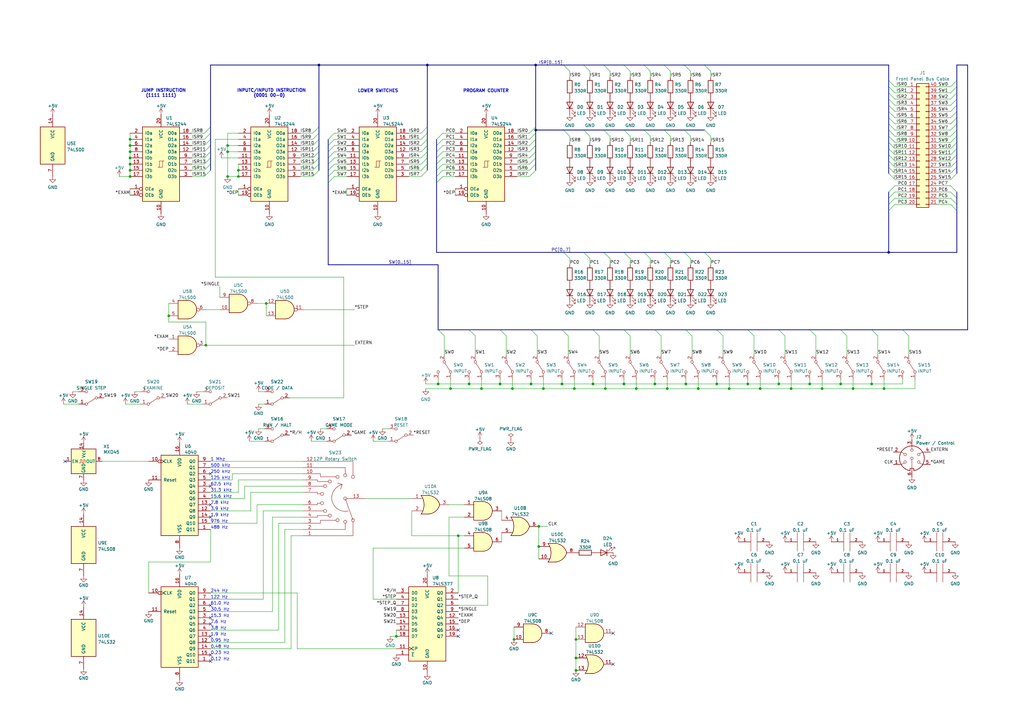
<source format=kicad_sch>
(kicad_sch (version 20211123) (generator eeschema)
  (paper "A3")
  (title_block (title "i281e Front Panel") (date "2024-05-03") (rev "A") (company "i281e Development Group"))
  (junction (at 344.805 157.48))
  (junction (at 273.685 159.385))
  (junction (at 97.79 72.39))
  (junction (at 222.885 159.385))
  (junction (at 210.82 262.255))
  (junction (at 219.71 53.34))
  (junction (at 53.34 69.85))
  (junction (at 109.22 124.46))
  (junction (at 53.34 57.15))
  (junction (at 187.96 219.71))
  (junction (at 184.785 159.385))
  (junction (at 236.22 262.255))
  (junction (at 260.985 159.385))
  (junction (at 294.005 157.48))
  (junction (at 205.105 157.48))
  (junction (at 53.34 67.31))
  (junction (at 236.22 269.875))
  (junction (at 286.385 159.385))
  (junction (at 248.285 159.385))
  (junction (at 53.34 72.39))
  (junction (at 93.345 62.23))
  (junction (at 299.085 159.385))
  (junction (at 93.345 59.69))
  (junction (at 362.585 159.385))
  (junction (at 349.885 159.385))
  (junction (at 197.485 159.385))
  (junction (at 364.49 103.505))
  (junction (at 220.98 224.155))
  (junction (at 332.105 157.48))
  (junction (at 357.505 157.48))
  (junction (at 53.34 59.69))
  (junction (at 319.405 157.48))
  (junction (at 219.71 26.67))
  (junction (at 281.305 157.48))
  (junction (at 337.185 159.385))
  (junction (at 175.26 26.67))
  (junction (at 311.785 159.385))
  (junction (at 220.98 215.9))
  (junction (at 93.345 72.39))
  (junction (at 97.79 69.85))
  (junction (at 130.81 26.67))
  (junction (at 324.485 159.385))
  (junction (at 179.705 157.48))
  (junction (at 243.205 157.48))
  (junction (at 236.22 274.955))
  (junction (at 69.215 129.54))
  (junction (at 192.405 157.48))
  (junction (at 53.34 64.77))
  (junction (at 268.605 157.48))
  (junction (at 306.705 157.48))
  (junction (at 210.185 159.385))
  (junction (at 53.34 62.23))
  (junction (at 235.585 159.385))
  (junction (at 255.905 157.48))
  (junction (at 84.455 141.605))
  (junction (at 230.505 157.48))
  (junction (at 217.805 157.48))
  (junction (at 162.56 260.985))
  (no_connect (at 86.36 253.365))
  (no_connect (at 86.36 268.605))
  (no_connect (at 86.36 271.145))
  (no_connect (at 86.36 199.39))
  (no_connect (at 251.46 272.415))
  (no_connect (at 26.67 189.23))
  (no_connect (at 187.96 258.445))
  (no_connect (at 226.06 259.715))
  (no_connect (at 86.36 255.905))
  (no_connect (at 86.36 260.985))
  (no_connect (at 86.36 212.09))
  (no_connect (at 86.36 194.31))
  (no_connect (at 251.46 259.715))
  (no_connect (at 86.36 248.285))
  (no_connect (at 187.96 260.985))
  (no_connect (at 86.36 207.01))
  (bus_entry (at 255.905 103.505) (size 2.54 2.54))
  (bus_entry (at 294.005 135.255) (size 2.54 2.54))
  (bus_entry (at 364.49 40.64) (size 2.54 2.54))
  (bus_entry (at 392.43 83.82) (size -2.54 -2.54))
  (bus_entry (at 175.26 57.15) (size -2.54 2.54))
  (bus_entry (at 130.81 64.77) (size -2.54 2.54))
  (bus_entry (at 134.62 74.93) (size 2.54 -2.54))
  (bus_entry (at 86.36 54.61) (size -2.54 2.54))
  (bus_entry (at 175.26 67.31) (size -2.54 2.54))
  (bus_entry (at 134.62 64.77) (size 2.54 -2.54))
  (bus_entry (at 364.49 50.8) (size 2.54 2.54))
  (bus_entry (at 280.67 103.505) (size 2.54 2.54))
  (bus_entry (at 175.26 69.85) (size -2.54 2.54))
  (bus_entry (at 364.49 43.18) (size 2.54 2.54))
  (bus_entry (at 392.43 45.72) (size -2.54 2.54))
  (bus_entry (at 179.07 57.15) (size 2.54 -2.54))
  (bus_entry (at 392.43 66.04) (size -2.54 2.54))
  (bus_entry (at 364.49 55.88) (size 2.54 2.54))
  (bus_entry (at 179.07 64.77) (size 2.54 -2.54))
  (bus_entry (at 264.16 53.34) (size 2.54 2.54))
  (bus_entry (at 219.71 62.23) (size -2.54 2.54))
  (bus_entry (at 130.81 69.85) (size -2.54 2.54))
  (bus_entry (at 364.49 83.82) (size 2.54 -2.54))
  (bus_entry (at 392.43 43.18) (size -2.54 2.54))
  (bus_entry (at 255.905 135.255) (size 2.54 2.54))
  (bus_entry (at 134.62 69.85) (size 2.54 -2.54))
  (bus_entry (at 219.71 54.61) (size -2.54 2.54))
  (bus_entry (at 264.16 26.67) (size 2.54 2.54))
  (bus_entry (at 130.81 59.69) (size -2.54 2.54))
  (bus_entry (at 255.905 53.34) (size 2.54 2.54))
  (bus_entry (at 86.36 67.31) (size -2.54 2.54))
  (bus_entry (at 175.26 62.23) (size -2.54 2.54))
  (bus_entry (at 243.205 135.255) (size 2.54 2.54))
  (bus_entry (at 219.71 59.69) (size -2.54 2.54))
  (bus_entry (at 268.605 135.255) (size 2.54 2.54))
  (bus_entry (at 364.49 38.1) (size 2.54 2.54))
  (bus_entry (at 86.36 62.23) (size -2.54 2.54))
  (bus_entry (at 364.49 60.96) (size 2.54 2.54))
  (bus_entry (at 364.49 63.5) (size 2.54 2.54))
  (bus_entry (at 280.67 26.67) (size 2.54 2.54))
  (bus_entry (at 281.305 135.255) (size 2.54 2.54))
  (bus_entry (at 264.16 103.505) (size 2.54 2.54))
  (bus_entry (at 130.81 52.07) (size -2.54 2.54))
  (bus_entry (at 392.43 53.34) (size -2.54 2.54))
  (bus_entry (at 392.43 78.74) (size -2.54 -2.54))
  (bus_entry (at 392.43 50.8) (size -2.54 2.54))
  (bus_entry (at 247.65 26.67) (size 2.54 2.54))
  (bus_entry (at 130.81 67.31) (size -2.54 2.54))
  (bus_entry (at 175.26 52.07) (size -2.54 2.54))
  (bus_entry (at 130.81 62.23) (size -2.54 2.54))
  (bus_entry (at 179.07 67.31) (size 2.54 -2.54))
  (bus_entry (at 357.505 135.255) (size 2.54 2.54))
  (bus_entry (at 392.43 68.58) (size -2.54 2.54))
  (bus_entry (at 319.405 135.255) (size 2.54 2.54))
  (bus_entry (at 392.43 63.5) (size -2.54 2.54))
  (bus_entry (at 134.62 67.31) (size 2.54 -2.54))
  (bus_entry (at 239.395 53.34) (size 2.54 2.54))
  (bus_entry (at 392.43 58.42) (size -2.54 2.54))
  (bus_entry (at 364.49 48.26) (size 2.54 2.54))
  (bus_entry (at 134.62 59.69) (size 2.54 -2.54))
  (bus_entry (at 364.49 78.74) (size 2.54 -2.54))
  (bus_entry (at 392.43 38.1) (size -2.54 2.54))
  (bus_entry (at 134.62 72.39) (size 2.54 -2.54))
  (bus_entry (at 247.65 53.34) (size 2.54 2.54))
  (bus_entry (at 364.49 58.42) (size 2.54 2.54))
  (bus_entry (at 219.71 52.07) (size -2.54 2.54))
  (bus_entry (at 134.62 57.15) (size 2.54 -2.54))
  (bus_entry (at 344.805 135.255) (size 2.54 2.54))
  (bus_entry (at 175.26 64.77) (size -2.54 2.54))
  (bus_entry (at 179.07 74.93) (size 2.54 -2.54))
  (bus_entry (at 306.705 135.255) (size 2.54 2.54))
  (bus_entry (at 288.925 26.67) (size 2.54 2.54))
  (bus_entry (at 364.49 81.28) (size 2.54 -2.54))
  (bus_entry (at 86.36 64.77) (size -2.54 2.54))
  (bus_entry (at 86.36 59.69) (size -2.54 2.54))
  (bus_entry (at 364.49 35.56) (size 2.54 2.54))
  (bus_entry (at 364.49 68.58) (size 2.54 2.54))
  (bus_entry (at 179.705 135.255) (size 2.54 2.54))
  (bus_entry (at 205.105 135.255) (size 2.54 2.54))
  (bus_entry (at 392.43 81.28) (size -2.54 -2.54))
  (bus_entry (at 130.81 54.61) (size -2.54 2.54))
  (bus_entry (at 364.49 66.04) (size 2.54 2.54))
  (bus_entry (at 288.925 53.34) (size 2.54 2.54))
  (bus_entry (at 219.71 64.77) (size -2.54 2.54))
  (bus_entry (at 231.14 103.505) (size 2.54 2.54))
  (bus_entry (at 219.71 57.15) (size -2.54 2.54))
  (bus_entry (at 239.395 103.505) (size 2.54 2.54))
  (bus_entry (at 255.905 26.67) (size 2.54 2.54))
  (bus_entry (at 192.405 135.255) (size 2.54 2.54))
  (bus_entry (at 179.07 59.69) (size 2.54 -2.54))
  (bus_entry (at 217.805 135.255) (size 2.54 2.54))
  (bus_entry (at 134.62 62.23) (size 2.54 -2.54))
  (bus_entry (at 230.505 135.255) (size 2.54 2.54))
  (bus_entry (at 86.36 52.07) (size -2.54 2.54))
  (bus_entry (at 219.71 69.85) (size -2.54 2.54))
  (bus_entry (at 219.71 67.31) (size -2.54 2.54))
  (bus_entry (at 179.07 72.39) (size 2.54 -2.54))
  (bus_entry (at 272.415 26.67) (size 2.54 2.54))
  (bus_entry (at 364.49 53.34) (size 2.54 2.54))
  (bus_entry (at 231.14 26.67) (size 2.54 2.54))
  (bus_entry (at 288.925 103.505) (size 2.54 2.54))
  (bus_entry (at 392.43 40.64) (size -2.54 2.54))
  (bus_entry (at 392.43 33.02) (size -2.54 2.54))
  (bus_entry (at 364.49 33.02) (size 2.54 2.54))
  (bus_entry (at 86.36 57.15) (size -2.54 2.54))
  (bus_entry (at 272.415 103.505) (size 2.54 2.54))
  (bus_entry (at 86.36 69.85) (size -2.54 2.54))
  (bus_entry (at 364.49 45.72) (size 2.54 2.54))
  (bus_entry (at 392.43 55.88) (size -2.54 2.54))
  (bus_entry (at 239.395 26.67) (size 2.54 2.54))
  (bus_entry (at 247.65 103.505) (size 2.54 2.54))
  (bus_entry (at 231.14 53.34) (size 2.54 2.54))
  (bus_entry (at 179.07 69.85) (size 2.54 -2.54))
  (bus_entry (at 280.67 53.34) (size 2.54 2.54))
  (bus_entry (at 130.81 57.15) (size -2.54 2.54))
  (bus_entry (at 175.26 54.61) (size -2.54 2.54))
  (bus_entry (at 392.43 86.36) (size -2.54 -2.54))
  (bus_entry (at 364.49 86.36) (size 2.54 -2.54))
  (bus_entry (at 370.205 135.255) (size 2.54 2.54))
  (bus_entry (at 392.43 60.96) (size -2.54 2.54))
  (bus_entry (at 332.105 135.255) (size 2.54 2.54))
  (bus_entry (at 179.07 62.23) (size 2.54 -2.54))
  (bus_entry (at 392.43 35.56) (size -2.54 2.54))
  (bus_entry (at 175.26 59.69) (size -2.54 2.54))
  (bus_entry (at 392.43 48.26) (size -2.54 2.54))
  (bus_entry (at 364.49 71.12) (size 2.54 2.54))
  (bus_entry (at 392.43 71.12) (size -2.54 2.54))
  (bus_entry (at 272.415 53.34) (size 2.54 2.54))
  (wire (pts (xy 93.345 62.23) (xy 97.79 62.23)))
  (wire (pts (xy 55.245 160.655) (xy 57.785 160.655)))
  (wire (pts (xy 179.705 155.575) (xy 179.705 157.48)))
  (wire (pts (xy 255.905 157.48) (xy 268.605 157.48)))
  (wire (pts (xy 367.03 38.1) (xy 372.11 38.1)))
  (wire (pts (xy 86.36 243.205) (xy 121.92 243.205)))
  (wire (pts (xy 205.105 157.48) (xy 217.805 157.48)))
  (wire (pts (xy 187.96 219.71) (xy 190.5 219.71)))
  (bus (pts (xy 86.36 54.61) (xy 86.36 52.07)))
  (bus (pts (xy 364.49 43.18) (xy 364.49 45.72)))
  (wire (pts (xy 337.185 159.385) (xy 337.185 155.575)))
  (wire (pts (xy 174.625 157.48) (xy 179.705 157.48)))
  (bus (pts (xy 332.105 135.255) (xy 344.805 135.255)))
  (wire (pts (xy 286.385 159.385) (xy 286.385 155.575)))
  (wire (pts (xy 273.685 159.385) (xy 273.685 155.575)))
  (bus (pts (xy 130.81 57.15) (xy 130.81 54.61)))
  (bus (pts (xy 179.07 69.85) (xy 179.07 72.39)))
  (bus (pts (xy 364.49 38.1) (xy 364.49 40.64)))
  (bus (pts (xy 175.26 62.23) (xy 175.26 64.77)))
  (bus (pts (xy 247.65 53.34) (xy 255.905 53.34)))
  (wire (pts (xy 97.79 54.61) (xy 93.345 54.61)))
  (bus (pts (xy 364.49 50.8) (xy 364.49 53.34)))
  (wire (pts (xy 291.465 106.045) (xy 291.465 108.585)))
  (wire (pts (xy 367.03 43.18) (xy 372.11 43.18)))
  (bus (pts (xy 219.71 53.34) (xy 219.71 54.61)))
  (bus (pts (xy 175.26 54.61) (xy 175.26 57.15)))
  (wire (pts (xy 86.36 214.63) (xy 105.41 214.63)))
  (wire (pts (xy 174.625 159.385) (xy 184.785 159.385)))
  (bus (pts (xy 364.49 55.88) (xy 364.49 58.42)))
  (wire (pts (xy 212.09 72.39) (xy 217.17 72.39)))
  (wire (pts (xy 250.19 29.21) (xy 250.19 31.75)))
  (wire (pts (xy 367.03 48.26) (xy 372.11 48.26)))
  (bus (pts (xy 392.43 71.12) (xy 392.43 68.58)))
  (bus (pts (xy 130.81 26.67) (xy 175.26 26.67)))
  (bus (pts (xy 364.49 68.58) (xy 364.49 71.12)))
  (wire (pts (xy 367.03 60.96) (xy 372.11 60.96)))
  (wire (pts (xy 260.985 159.385) (xy 273.685 159.385)))
  (wire (pts (xy 367.03 83.82) (xy 372.11 83.82)))
  (wire (pts (xy 97.79 57.15) (xy 88.265 57.15)))
  (bus (pts (xy 392.43 66.04) (xy 392.43 63.5)))
  (bus (pts (xy 130.81 64.77) (xy 130.81 62.23)))
  (bus (pts (xy 364.49 35.56) (xy 364.49 38.1)))
  (wire (pts (xy 53.34 57.15) (xy 53.34 59.69)))
  (bus (pts (xy 219.71 54.61) (xy 219.71 57.15)))
  (wire (pts (xy 153.035 224.79) (xy 153.035 245.745)))
  (wire (pts (xy 266.7 106.045) (xy 266.7 108.585)))
  (wire (pts (xy 93.345 54.61) (xy 93.345 59.69)))
  (wire (pts (xy 299.085 159.385) (xy 299.085 155.575)))
  (bus (pts (xy 86.36 26.67) (xy 130.81 26.67)))
  (bus (pts (xy 179.07 57.15) (xy 179.07 59.69)))
  (wire (pts (xy 114.3 214.63) (xy 124.46 214.63)))
  (wire (pts (xy 184.15 236.22) (xy 200.025 236.22)))
  (wire (pts (xy 184.785 159.385) (xy 197.485 159.385)))
  (bus (pts (xy 231.14 103.505) (xy 239.395 103.505)))
  (bus (pts (xy 392.43 81.28) (xy 392.43 83.82)))
  (wire (pts (xy 274.955 29.21) (xy 274.955 31.75)))
  (wire (pts (xy 233.68 55.88) (xy 233.68 58.42)))
  (bus (pts (xy 130.81 26.67) (xy 130.81 52.07)))
  (bus (pts (xy 255.905 103.505) (xy 264.16 103.505)))
  (wire (pts (xy 220.98 224.155) (xy 220.98 229.235)))
  (wire (pts (xy 210.185 159.385) (xy 210.185 155.575)))
  (wire (pts (xy 93.345 62.23) (xy 93.345 72.39)))
  (wire (pts (xy 51.435 165.735) (xy 57.785 165.735)))
  (bus (pts (xy 86.36 52.07) (xy 86.36 26.67)))
  (wire (pts (xy 106.045 165.735) (xy 108.585 165.735)))
  (wire (pts (xy 100.33 204.47) (xy 100.33 199.39)))
  (wire (pts (xy 105.41 214.63) (xy 105.41 207.01)))
  (bus (pts (xy 134.62 74.93) (xy 134.62 108.585)))
  (wire (pts (xy 181.61 64.77) (xy 186.69 64.77)))
  (wire (pts (xy 248.285 159.385) (xy 260.985 159.385)))
  (bus (pts (xy 134.62 108.585) (xy 179.705 108.585)))
  (bus (pts (xy 86.36 57.15) (xy 86.36 54.61)))
  (wire (pts (xy 53.34 59.69) (xy 53.34 62.23)))
  (wire (pts (xy 241.935 29.21) (xy 241.935 31.75)))
  (bus (pts (xy 219.71 26.67) (xy 231.14 26.67)))
  (wire (pts (xy 121.92 243.205) (xy 121.92 266.065)))
  (wire (pts (xy 114.3 258.445) (xy 114.3 214.63)))
  (bus (pts (xy 364.49 66.04) (xy 364.49 68.58)))
  (wire (pts (xy 106.045 175.895) (xy 108.585 175.895)))
  (bus (pts (xy 392.43 63.5) (xy 392.43 60.96)))
  (wire (pts (xy 86.36 196.85) (xy 95.25 196.85)))
  (bus (pts (xy 175.26 52.07) (xy 175.26 54.61)))
  (bus (pts (xy 306.705 135.255) (xy 319.405 135.255)))
  (wire (pts (xy 76.835 165.735) (xy 83.185 165.735)))
  (wire (pts (xy 384.81 55.88) (xy 389.89 55.88)))
  (wire (pts (xy 137.16 59.69) (xy 142.24 59.69)))
  (wire (pts (xy 367.03 73.66) (xy 372.11 73.66)))
  (bus (pts (xy 130.81 69.85) (xy 130.81 67.31)))
  (wire (pts (xy 367.03 78.74) (xy 372.11 78.74)))
  (wire (pts (xy 137.16 64.77) (xy 142.24 64.77)))
  (wire (pts (xy 362.585 159.385) (xy 375.285 159.385)))
  (wire (pts (xy 97.79 69.85) (xy 97.79 72.39)))
  (wire (pts (xy 168.91 219.71) (xy 187.96 219.71)))
  (wire (pts (xy 121.92 266.065) (xy 162.56 266.065)))
  (wire (pts (xy 78.74 59.69) (xy 83.82 59.69)))
  (wire (pts (xy 367.03 45.72) (xy 372.11 45.72)))
  (wire (pts (xy 349.885 159.385) (xy 349.885 155.575)))
  (bus (pts (xy 392.43 50.8) (xy 392.43 48.26)))
  (bus (pts (xy 219.71 64.77) (xy 219.71 67.31)))
  (bus (pts (xy 134.62 59.69) (xy 134.62 62.23)))
  (bus (pts (xy 392.43 53.34) (xy 392.43 50.8)))
  (wire (pts (xy 337.185 159.385) (xy 349.885 159.385)))
  (wire (pts (xy 332.105 157.48) (xy 344.805 157.48)))
  (bus (pts (xy 219.71 67.31) (xy 219.71 69.85)))
  (bus (pts (xy 280.67 103.505) (xy 288.925 103.505)))
  (bus (pts (xy 192.405 135.255) (xy 205.105 135.255)))
  (wire (pts (xy 160.02 260.985) (xy 162.56 260.985)))
  (wire (pts (xy 137.16 62.23) (xy 142.24 62.23)))
  (bus (pts (xy 255.905 135.255) (xy 268.605 135.255)))
  (bus (pts (xy 392.43 45.72) (xy 392.43 43.18)))
  (wire (pts (xy 93.345 72.39) (xy 97.79 72.39)))
  (wire (pts (xy 344.805 157.48) (xy 344.805 155.575)))
  (wire (pts (xy 357.505 157.48) (xy 370.205 157.48)))
  (bus (pts (xy 239.395 26.67) (xy 247.65 26.67)))
  (wire (pts (xy 212.09 54.61) (xy 217.17 54.61)))
  (wire (pts (xy 324.485 159.385) (xy 337.185 159.385)))
  (wire (pts (xy 375.285 159.385) (xy 375.285 155.575)))
  (wire (pts (xy 258.445 106.045) (xy 258.445 108.585)))
  (wire (pts (xy 260.985 159.385) (xy 260.985 155.575)))
  (wire (pts (xy 384.81 38.1) (xy 389.89 38.1)))
  (wire (pts (xy 123.19 72.39) (xy 128.27 72.39)))
  (wire (pts (xy 137.16 54.61) (xy 142.24 54.61)))
  (wire (pts (xy 184.15 207.01) (xy 190.5 207.01)))
  (bus (pts (xy 396.875 135.255) (xy 370.205 135.255)))
  (wire (pts (xy 384.81 73.66) (xy 389.89 73.66)))
  (bus (pts (xy 364.49 86.36) (xy 364.49 103.505)))
  (wire (pts (xy 78.74 57.15) (xy 83.82 57.15)))
  (bus (pts (xy 392.43 83.82) (xy 392.43 86.36)))
  (wire (pts (xy 123.19 57.15) (xy 128.27 57.15)))
  (bus (pts (xy 392.43 48.26) (xy 392.43 45.72)))
  (wire (pts (xy 384.81 58.42) (xy 389.89 58.42)))
  (wire (pts (xy 181.61 67.31) (xy 186.69 67.31)))
  (wire (pts (xy 205.74 218.44) (xy 205.74 222.25)))
  (wire (pts (xy 97.79 201.93) (xy 97.79 196.85)))
  (bus (pts (xy 130.81 54.61) (xy 130.81 52.07)))
  (bus (pts (xy 219.71 57.15) (xy 219.71 59.69)))
  (wire (pts (xy 268.605 157.48) (xy 281.305 157.48)))
  (wire (pts (xy 192.405 157.48) (xy 205.105 157.48)))
  (wire (pts (xy 294.005 157.48) (xy 294.005 155.575)))
  (wire (pts (xy 107.95 209.55) (xy 124.46 209.55)))
  (bus (pts (xy 364.49 45.72) (xy 364.49 48.26)))
  (wire (pts (xy 168.91 209.55) (xy 168.91 219.71)))
  (wire (pts (xy 220.98 215.9) (xy 220.98 224.155)))
  (bus (pts (xy 392.43 35.56) (xy 392.43 33.02)))
  (wire (pts (xy 367.03 58.42) (xy 372.11 58.42)))
  (wire (pts (xy 362.585 159.385) (xy 362.585 155.575)))
  (bus (pts (xy 392.43 33.02) (xy 392.43 26.67)))
  (wire (pts (xy 233.045 137.795) (xy 233.045 145.415)))
  (wire (pts (xy 95.25 196.85) (xy 95.25 194.31)))
  (wire (pts (xy 241.935 106.045) (xy 241.935 108.585)))
  (wire (pts (xy 344.805 157.48) (xy 357.505 157.48)))
  (wire (pts (xy 167.64 67.31) (xy 172.72 67.31)))
  (wire (pts (xy 384.81 35.56) (xy 389.89 35.56)))
  (wire (pts (xy 184.15 212.09) (xy 184.15 236.22)))
  (bus (pts (xy 230.505 135.255) (xy 243.205 135.255)))
  (wire (pts (xy 167.64 64.77) (xy 172.72 64.77)))
  (wire (pts (xy 86.36 189.23) (xy 124.46 189.23)))
  (wire (pts (xy 123.19 62.23) (xy 128.27 62.23)))
  (wire (pts (xy 105.41 124.46) (xy 109.22 124.46)))
  (wire (pts (xy 86.36 201.93) (xy 97.79 201.93)))
  (bus (pts (xy 130.81 67.31) (xy 130.81 64.77)))
  (wire (pts (xy 116.84 263.525) (xy 116.84 217.17)))
  (wire (pts (xy 88.265 57.15) (xy 88.265 113.665)))
  (bus (pts (xy 134.62 57.15) (xy 134.62 59.69)))
  (wire (pts (xy 311.785 159.385) (xy 311.785 155.575)))
  (wire (pts (xy 210.82 257.175) (xy 210.82 262.255)))
  (wire (pts (xy 367.03 63.5) (xy 372.11 63.5)))
  (wire (pts (xy 250.19 106.045) (xy 250.19 108.585)))
  (bus (pts (xy 219.71 52.07) (xy 219.71 53.34)))
  (wire (pts (xy 137.16 69.85) (xy 142.24 69.85)))
  (bus (pts (xy 319.405 135.255) (xy 332.105 135.255)))
  (wire (pts (xy 86.36 209.55) (xy 102.87 209.55)))
  (wire (pts (xy 230.505 157.48) (xy 243.205 157.48)))
  (wire (pts (xy 384.81 48.26) (xy 389.89 48.26)))
  (wire (pts (xy 319.405 157.48) (xy 332.105 157.48)))
  (bus (pts (xy 247.65 26.67) (xy 255.905 26.67)))
  (bus (pts (xy 243.205 135.255) (xy 255.905 135.255)))
  (wire (pts (xy 86.36 263.525) (xy 116.84 263.525)))
  (wire (pts (xy 140.97 113.665) (xy 88.265 113.665)))
  (wire (pts (xy 181.61 69.85) (xy 186.69 69.85)))
  (bus (pts (xy 175.26 67.31) (xy 175.26 69.85)))
  (wire (pts (xy 384.81 60.96) (xy 389.89 60.96)))
  (wire (pts (xy 274.955 106.045) (xy 274.955 108.585)))
  (wire (pts (xy 111.76 212.09) (xy 124.46 212.09)))
  (wire (pts (xy 167.64 69.85) (xy 172.72 69.85)))
  (wire (pts (xy 53.34 64.77) (xy 53.34 67.31)))
  (bus (pts (xy 86.36 59.69) (xy 86.36 57.15)))
  (wire (pts (xy 69.215 132.08) (xy 84.455 132.08)))
  (wire (pts (xy 367.03 68.58) (xy 372.11 68.58)))
  (wire (pts (xy 137.16 57.15) (xy 142.24 57.15)))
  (wire (pts (xy 384.81 83.82) (xy 389.89 83.82)))
  (wire (pts (xy 60.96 230.505) (xy 60.96 243.205)))
  (wire (pts (xy 233.68 106.045) (xy 233.68 108.585)))
  (wire (pts (xy 167.64 62.23) (xy 172.72 62.23)))
  (wire (pts (xy 78.74 72.39) (xy 83.82 72.39)))
  (wire (pts (xy 162.56 260.985) (xy 162.56 258.445)))
  (wire (pts (xy 78.74 67.31) (xy 83.82 67.31)))
  (wire (pts (xy 281.305 157.48) (xy 294.005 157.48)))
  (wire (pts (xy 306.705 157.48) (xy 306.705 155.575)))
  (wire (pts (xy 291.465 55.88) (xy 291.465 58.42)))
  (wire (pts (xy 212.09 62.23) (xy 217.17 62.23)))
  (wire (pts (xy 271.145 137.795) (xy 271.145 145.415)))
  (wire (pts (xy 306.705 157.48) (xy 319.405 157.48)))
  (bus (pts (xy 392.43 60.96) (xy 392.43 58.42)))
  (bus (pts (xy 175.26 26.67) (xy 175.26 52.07)))
  (wire (pts (xy 140.97 163.195) (xy 140.97 113.665)))
  (wire (pts (xy 212.09 67.31) (xy 217.17 67.31)))
  (wire (pts (xy 273.685 159.385) (xy 286.385 159.385)))
  (wire (pts (xy 205.105 157.48) (xy 205.105 155.575)))
  (wire (pts (xy 187.96 219.71) (xy 187.96 243.205)))
  (wire (pts (xy 367.03 35.56) (xy 372.11 35.56)))
  (wire (pts (xy 123.19 54.61) (xy 128.27 54.61)))
  (bus (pts (xy 288.925 26.67) (xy 364.49 26.67)))
  (wire (pts (xy 205.74 209.55) (xy 205.74 213.36)))
  (wire (pts (xy 197.485 159.385) (xy 210.185 159.385)))
  (wire (pts (xy 230.505 157.48) (xy 230.505 155.575)))
  (wire (pts (xy 78.74 62.23) (xy 83.82 62.23)))
  (wire (pts (xy 217.805 157.48) (xy 230.505 157.48)))
  (wire (pts (xy 102.235 180.975) (xy 108.585 180.975)))
  (wire (pts (xy 69.215 129.54) (xy 69.215 132.08)))
  (bus (pts (xy 247.65 103.505) (xy 255.905 103.505)))
  (wire (pts (xy 370.205 157.48) (xy 370.205 155.575)))
  (wire (pts (xy 153.035 180.975) (xy 159.385 180.975)))
  (wire (pts (xy 384.81 43.18) (xy 389.89 43.18)))
  (wire (pts (xy 347.345 137.795) (xy 347.345 145.415)))
  (bus (pts (xy 280.67 26.67) (xy 288.925 26.67)))
  (bus (pts (xy 264.16 53.34) (xy 272.415 53.34)))
  (bus (pts (xy 344.805 135.255) (xy 357.505 135.255)))
  (wire (pts (xy 384.81 81.28) (xy 389.89 81.28)))
  (wire (pts (xy 266.7 55.88) (xy 266.7 58.42)))
  (bus (pts (xy 86.36 62.23) (xy 86.36 59.69)))
  (bus (pts (xy 392.43 40.64) (xy 392.43 38.1)))
  (wire (pts (xy 86.36 245.745) (xy 107.95 245.745)))
  (wire (pts (xy 384.81 50.8) (xy 389.89 50.8)))
  (bus (pts (xy 294.005 135.255) (xy 306.705 135.255)))
  (bus (pts (xy 364.49 26.67) (xy 364.49 33.02)))
  (wire (pts (xy 245.745 137.795) (xy 245.745 145.415)))
  (wire (pts (xy 248.285 159.385) (xy 248.285 155.575)))
  (bus (pts (xy 179.07 72.39) (xy 179.07 74.93)))
  (bus (pts (xy 364.49 78.74) (xy 364.49 81.28)))
  (bus (pts (xy 392.43 55.88) (xy 392.43 53.34)))
  (wire (pts (xy 266.7 29.21) (xy 266.7 31.75)))
  (bus (pts (xy 364.49 33.02) (xy 364.49 35.56)))
  (bus (pts (xy 219.71 53.34) (xy 231.14 53.34)))
  (wire (pts (xy 321.945 137.795) (xy 321.945 145.415)))
  (bus (pts (xy 392.43 58.42) (xy 392.43 55.88)))
  (wire (pts (xy 186.69 77.47) (xy 186.69 80.01)))
  (bus (pts (xy 392.43 78.74) (xy 392.43 81.28)))
  (bus (pts (xy 364.49 63.5) (xy 364.49 66.04)))
  (wire (pts (xy 167.64 54.61) (xy 172.72 54.61)))
  (wire (pts (xy 100.33 199.39) (xy 124.46 199.39)))
  (wire (pts (xy 93.345 59.69) (xy 97.79 59.69)))
  (wire (pts (xy 86.36 250.825) (xy 111.76 250.825)))
  (wire (pts (xy 235.585 159.385) (xy 248.285 159.385)))
  (wire (pts (xy 212.09 57.15) (xy 217.17 57.15)))
  (bus (pts (xy 255.905 53.34) (xy 264.16 53.34)))
  (wire (pts (xy 236.22 262.255) (xy 236.22 269.875)))
  (wire (pts (xy 296.545 137.795) (xy 296.545 145.415)))
  (wire (pts (xy 236.22 257.175) (xy 236.22 262.255)))
  (bus (pts (xy 134.62 72.39) (xy 134.62 74.93)))
  (wire (pts (xy 181.61 54.61) (xy 186.69 54.61)))
  (bus (pts (xy 364.49 83.82) (xy 364.49 86.36)))
  (wire (pts (xy 123.19 69.85) (xy 128.27 69.85)))
  (bus (pts (xy 231.14 26.67) (xy 239.395 26.67)))
  (bus (pts (xy 179.705 135.255) (xy 192.405 135.255)))
  (wire (pts (xy 181.61 72.39) (xy 186.69 72.39)))
  (wire (pts (xy 283.21 55.88) (xy 283.21 58.42)))
  (bus (pts (xy 179.705 108.585) (xy 179.705 135.255)))
  (wire (pts (xy 137.16 67.31) (xy 142.24 67.31)))
  (wire (pts (xy 233.68 29.21) (xy 233.68 31.75)))
  (wire (pts (xy 384.81 68.58) (xy 389.89 68.58)))
  (wire (pts (xy 255.905 157.48) (xy 255.905 155.575)))
  (wire (pts (xy 357.505 157.48) (xy 357.505 155.575)))
  (wire (pts (xy 258.445 29.21) (xy 258.445 31.75)))
  (wire (pts (xy 78.74 69.85) (xy 83.82 69.85)))
  (wire (pts (xy 291.465 29.21) (xy 291.465 31.75)))
  (bus (pts (xy 86.36 64.77) (xy 86.36 62.23)))
  (wire (pts (xy 250.19 55.88) (xy 250.19 58.42)))
  (wire (pts (xy 167.64 72.39) (xy 172.72 72.39)))
  (wire (pts (xy 84.455 127) (xy 90.17 127)))
  (bus (pts (xy 130.81 59.69) (xy 130.81 57.15)))
  (wire (pts (xy 93.345 59.69) (xy 93.345 62.23)))
  (wire (pts (xy 384.81 76.2) (xy 389.89 76.2)))
  (bus (pts (xy 134.62 64.77) (xy 134.62 67.31)))
  (wire (pts (xy 197.485 155.575) (xy 197.485 159.385)))
  (wire (pts (xy 102.87 209.55) (xy 102.87 201.93)))
  (wire (pts (xy 220.98 215.9) (xy 224.79 215.9)))
  (wire (pts (xy 86.36 266.065) (xy 119.38 266.065)))
  (wire (pts (xy 26.035 165.735) (xy 32.385 165.735)))
  (wire (pts (xy 212.09 64.77) (xy 217.17 64.77)))
  (wire (pts (xy 236.22 269.875) (xy 236.22 274.955)))
  (wire (pts (xy 97.79 67.31) (xy 97.79 69.85)))
  (wire (pts (xy 319.405 157.48) (xy 319.405 155.575)))
  (wire (pts (xy 53.34 69.85) (xy 53.34 72.39)))
  (wire (pts (xy 142.24 77.47) (xy 142.24 80.01)))
  (wire (pts (xy 384.81 53.34) (xy 389.89 53.34)))
  (wire (pts (xy 181.61 59.69) (xy 186.69 59.69)))
  (wire (pts (xy 48.895 72.39) (xy 53.34 72.39)))
  (bus (pts (xy 396.875 26.67) (xy 396.875 135.255)))
  (bus (pts (xy 86.36 67.31) (xy 86.36 64.77)))
  (wire (pts (xy 222.885 159.385) (xy 235.585 159.385)))
  (wire (pts (xy 90.805 64.77) (xy 97.79 64.77)))
  (wire (pts (xy 268.605 157.48) (xy 268.605 155.575)))
  (wire (pts (xy 86.36 258.445) (xy 114.3 258.445)))
  (wire (pts (xy 334.645 137.795) (xy 334.645 145.415)))
  (wire (pts (xy 212.09 59.69) (xy 217.17 59.69)))
  (wire (pts (xy 258.445 137.795) (xy 258.445 145.415)))
  (wire (pts (xy 119.38 219.71) (xy 124.46 219.71)))
  (bus (pts (xy 255.905 26.67) (xy 264.16 26.67)))
  (bus (pts (xy 239.395 103.505) (xy 247.65 103.505)))
  (wire (pts (xy 367.03 81.28) (xy 372.11 81.28)))
  (wire (pts (xy 210.185 159.385) (xy 222.885 159.385)))
  (bus (pts (xy 179.07 74.93) (xy 179.07 103.505)))
  (wire (pts (xy 184.785 155.575) (xy 184.785 159.385)))
  (bus (pts (xy 392.43 38.1) (xy 392.43 35.56)))
  (wire (pts (xy 181.61 62.23) (xy 186.69 62.23)))
  (wire (pts (xy 243.205 157.48) (xy 243.205 155.575)))
  (bus (pts (xy 86.36 69.85) (xy 86.36 67.31)))
  (bus (pts (xy 272.415 26.67) (xy 280.67 26.67)))
  (wire (pts (xy 283.21 29.21) (xy 283.21 31.75)))
  (wire (pts (xy 332.105 157.48) (xy 332.105 155.575)))
  (wire (pts (xy 179.705 157.48) (xy 192.405 157.48)))
  (bus (pts (xy 175.26 64.77) (xy 175.26 67.31)))
  (wire (pts (xy 294.005 157.48) (xy 306.705 157.48)))
  (wire (pts (xy 131.445 175.895) (xy 133.985 175.895)))
  (bus (pts (xy 231.14 53.34) (xy 239.395 53.34)))
  (bus (pts (xy 219.71 59.69) (xy 219.71 62.23)))
  (wire (pts (xy 367.03 53.34) (xy 372.11 53.34)))
  (bus (pts (xy 130.81 62.23) (xy 130.81 59.69)))
  (wire (pts (xy 167.64 57.15) (xy 172.72 57.15)))
  (wire (pts (xy 258.445 55.88) (xy 258.445 58.42)))
  (wire (pts (xy 299.085 159.385) (xy 311.785 159.385)))
  (bus (pts (xy 392.43 26.67) (xy 396.875 26.67)))
  (wire (pts (xy 182.245 137.795) (xy 182.245 145.415)))
  (bus (pts (xy 280.67 53.34) (xy 288.925 53.34)))
  (wire (pts (xy 384.81 78.74) (xy 389.89 78.74)))
  (wire (pts (xy 367.03 55.88) (xy 372.11 55.88)))
  (bus (pts (xy 175.26 59.69) (xy 175.26 62.23)))
  (bus (pts (xy 364.49 40.64) (xy 364.49 43.18)))
  (wire (pts (xy 181.61 57.15) (xy 186.69 57.15)))
  (bus (pts (xy 179.07 62.23) (xy 179.07 64.77)))
  (bus (pts (xy 281.305 135.255) (xy 294.005 135.255)))
  (wire (pts (xy 200.025 236.22) (xy 200.025 248.285)))
  (bus (pts (xy 288.925 103.505) (xy 364.49 103.505)))
  (bus (pts (xy 134.62 69.85) (xy 134.62 72.39)))
  (wire (pts (xy 119.38 266.065) (xy 119.38 219.71)))
  (bus (pts (xy 217.805 135.255) (xy 230.505 135.255)))
  (bus (pts (xy 219.71 62.23) (xy 219.71 64.77)))
  (wire (pts (xy 222.885 159.385) (xy 222.885 155.575)))
  (wire (pts (xy 212.09 69.85) (xy 217.17 69.85)))
  (wire (pts (xy 367.03 66.04) (xy 372.11 66.04)))
  (wire (pts (xy 29.845 160.655) (xy 32.385 160.655)))
  (wire (pts (xy 367.03 40.64) (xy 372.11 40.64)))
  (wire (pts (xy 78.74 54.61) (xy 83.82 54.61)))
  (wire (pts (xy 324.485 159.385) (xy 324.485 155.575)))
  (wire (pts (xy 190.5 224.79) (xy 153.035 224.79)))
  (wire (pts (xy 367.03 71.12) (xy 372.11 71.12)))
  (bus (pts (xy 134.62 67.31) (xy 134.62 69.85)))
  (bus (pts (xy 134.62 62.23) (xy 134.62 64.77)))
  (wire (pts (xy 97.79 77.47) (xy 97.79 80.01)))
  (bus (pts (xy 264.16 26.67) (xy 272.415 26.67)))
  (wire (pts (xy 384.81 45.72) (xy 389.89 45.72)))
  (wire (pts (xy 283.21 106.045) (xy 283.21 108.585)))
  (wire (pts (xy 86.36 204.47) (xy 100.33 204.47)))
  (wire (pts (xy 80.645 160.655) (xy 83.185 160.655)))
  (wire (pts (xy 116.84 217.17) (xy 124.46 217.17)))
  (wire (pts (xy 311.785 159.385) (xy 324.485 159.385)))
  (wire (pts (xy 105.41 207.01) (xy 124.46 207.01)))
  (wire (pts (xy 109.22 124.46) (xy 109.22 129.54)))
  (bus (pts (xy 239.395 53.34) (xy 247.65 53.34)))
  (wire (pts (xy 207.645 137.795) (xy 207.645 145.415)))
  (wire (pts (xy 384.81 40.64) (xy 389.89 40.64)))
  (bus (pts (xy 179.07 59.69) (xy 179.07 62.23)))
  (wire (pts (xy 156.845 175.895) (xy 159.385 175.895)))
  (bus (pts (xy 364.49 81.28) (xy 364.49 83.82)))
  (wire (pts (xy 153.035 245.745) (xy 162.56 245.745)))
  (wire (pts (xy 384.81 71.12) (xy 389.89 71.12)))
  (wire (pts (xy 86.36 191.77) (xy 124.46 191.77)))
  (wire (pts (xy 190.5 212.09) (xy 184.15 212.09)))
  (wire (pts (xy 84.455 132.08) (xy 84.455 141.605)))
  (bus (pts (xy 179.07 67.31) (xy 179.07 69.85)))
  (bus (pts (xy 272.415 103.505) (xy 280.67 103.505)))
  (wire (pts (xy 360.045 137.795) (xy 360.045 145.415)))
  (bus (pts (xy 364.49 53.34) (xy 364.49 55.88)))
  (bus (pts (xy 175.26 57.15) (xy 175.26 59.69)))
  (bus (pts (xy 364.49 60.96) (xy 364.49 63.5)))
  (bus (pts (xy 392.43 103.505) (xy 364.49 103.505)))
  (wire (pts (xy 53.34 54.61) (xy 53.34 57.15)))
  (bus (pts (xy 219.71 26.67) (xy 219.71 52.07)))
  (wire (pts (xy 90.17 117.475) (xy 90.17 121.92)))
  (wire (pts (xy 123.19 67.31) (xy 128.27 67.31)))
  (bus (pts (xy 392.43 86.36) (xy 392.43 103.505)))
  (wire (pts (xy 192.405 157.48) (xy 192.405 155.575)))
  (wire (pts (xy 95.25 194.31) (xy 124.46 194.31)))
  (wire (pts (xy 241.935 55.88) (xy 241.935 58.42)))
  (wire (pts (xy 309.245 137.795) (xy 309.245 145.415)))
  (wire (pts (xy 220.345 137.795) (xy 220.345 145.415)))
  (wire (pts (xy 124.46 127) (xy 145.415 127)))
  (bus (pts (xy 392.43 68.58) (xy 392.43 66.04)))
  (wire (pts (xy 118.745 163.195) (xy 140.97 163.195)))
  (bus (pts (xy 364.49 58.42) (xy 364.49 60.96)))
  (wire (pts (xy 123.19 64.77) (xy 128.27 64.77)))
  (wire (pts (xy 286.385 159.385) (xy 299.085 159.385)))
  (wire (pts (xy 53.34 62.23) (xy 53.34 64.77)))
  (bus (pts (xy 205.105 135.255) (xy 217.805 135.255)))
  (wire (pts (xy 107.95 245.745) (xy 107.95 209.55)))
  (bus (pts (xy 175.26 26.67) (xy 219.71 26.67)))
  (bus (pts (xy 364.49 48.26) (xy 364.49 50.8)))
  (wire (pts (xy 372.745 137.795) (xy 372.745 145.415)))
  (bus (pts (xy 264.16 103.505) (xy 272.415 103.505)))
  (wire (pts (xy 84.455 141.605) (xy 145.415 141.605)))
  (wire (pts (xy 123.19 59.69) (xy 128.27 59.69)))
  (wire (pts (xy 149.86 204.47) (xy 168.91 204.47)))
  (wire (pts (xy 349.885 159.385) (xy 362.585 159.385)))
  (bus (pts (xy 357.505 135.255) (xy 370.205 135.255)))
  (wire (pts (xy 53.34 77.47) (xy 53.34 80.01)))
  (wire (pts (xy 106.045 160.655) (xy 108.585 160.655)))
  (bus (pts (xy 272.415 53.34) (xy 280.67 53.34)))
  (wire (pts (xy 111.76 250.825) (xy 111.76 212.09)))
  (wire (pts (xy 167.64 59.69) (xy 172.72 59.69)))
  (wire (pts (xy 86.36 217.17) (xy 86.36 230.505)))
  (wire (pts (xy 217.805 157.48) (xy 217.805 155.575)))
  (wire (pts (xy 384.81 63.5) (xy 389.89 63.5)))
  (wire (pts (xy 194.945 137.795) (xy 194.945 145.415)))
  (wire (pts (xy 367.03 76.2) (xy 372.11 76.2)))
  (wire (pts (xy 235.585 159.385) (xy 235.585 155.575)))
  (wire (pts (xy 274.955 55.88) (xy 274.955 58.42)))
  (wire (pts (xy 69.215 124.46) (xy 69.215 129.54)))
  (wire (pts (xy 86.36 230.505) (xy 60.96 230.505)))
  (bus (pts (xy 179.07 103.505) (xy 231.14 103.505)))
  (bus (pts (xy 268.605 135.255) (xy 281.305 135.255)))
  (wire (pts (xy 200.025 248.285) (xy 187.96 248.285)))
  (wire (pts (xy 102.87 201.93) (xy 124.46 201.93)))
  (bus (pts (xy 392.43 43.18) (xy 392.43 40.64)))
  (wire (pts (xy 97.79 196.85) (xy 124.46 196.85)))
  (wire (pts (xy 137.16 72.39) (xy 142.24 72.39)))
  (wire (pts (xy 41.91 189.23) (xy 60.96 189.23)))
  (wire (pts (xy 281.305 157.48) (xy 281.305 155.575)))
  (wire (pts (xy 367.03 50.8) (xy 372.11 50.8)))
  (wire (pts (xy 53.34 67.31) (xy 53.34 69.85)))
  (wire (pts (xy 283.845 137.795) (xy 283.845 145.415)))
  (wire (pts (xy 243.205 157.48) (xy 255.905 157.48)))
  (wire (pts (xy 78.74 64.77) (xy 83.82 64.77)))
  (wire (pts (xy 384.81 66.04) (xy 389.89 66.04)))
  (wire (pts (xy 127.635 180.975) (xy 133.985 180.975)))
  (bus (pts (xy 179.07 64.77) (xy 179.07 67.31)))
  (text "244 Hz" (at 86.36 243.205 0) (effects (font (size 1.27 1.27)) (justify left bottom)))
  (text "250 kHz\n" (at 86.36 194.31 0) (effects (font (size 1.27 1.27)) (justify left bottom)))
  (text "31.3 kHz" (at 86.36 201.93 0) (effects (font (size 1.27 1.27)) (justify left bottom)))
  (text "7.6 Hz" (at 86.36 255.905 0) (effects (font (size 1.27 1.27)) (justify left bottom)))
  (text "125 kHz" (at 86.36 196.85 0) (effects (font (size 1.27 1.27)) (justify left bottom)))
  (text "1.9 Hz" (at 86.36 260.985 0) (effects (font (size 1.27 1.27)) (justify left bottom)))
  (text "3.8 Hz" (at 86.36 258.445 0) (effects (font (size 1.27 1.27)) (justify left bottom)))
  (text "15.3 Hz" (at 86.36 253.365 0) (effects (font (size 1.27 1.27)) (justify left bottom)))
  (text "0.23 Hz" (at 86.36 268.605 0) (effects (font (size 1.27 1.27)) (justify left bottom)))
  (text "30.5 Hz" (at 86.36 250.825 0) (effects (font (size 1.27 1.27)) (justify left bottom)))
  (text "500 kHz\n" (at 86.36 191.77 0) (effects (font (size 1.27 1.27)) (justify left bottom)))
  (text "JUMP INSTRUCTION \n  (1111 1111)" (at 57.785 40.005 0) (effects (font (size 1.27 1.27) (thickness 0.254) bold) (justify left bottom)))
  (text "3.9 kHz" (at 86.36 209.55 0) (effects (font (size 1.27 1.27)) (justify left bottom)))
  (text "122 Hz" (at 86.36 245.745 0) (effects (font (size 1.27 1.27)) (justify left bottom)))
  (text "61.0 Hz" (at 86.36 248.285 0) (effects (font (size 1.27 1.27)) (justify left bottom)))
  (text "62.5 kHz" (at 86.36 199.39 0) (effects (font (size 1.27 1.27)) (justify left bottom)))
  (text "0.95 Hz" (at 86.36 263.525 0) (effects (font (size 1.27 1.27)) (justify left bottom)))
  (text "1 Mhz\n" (at 86.36 189.23 0) (effects (font (size 1.27 1.27)) (justify left bottom)))
  (text "1.9 kHz" (at 86.36 212.09 0) (effects (font (size 1.27 1.27)) (justify left bottom)))
  (text "PROGRAM COUNTER" (at 189.865 38.1 0) (effects (font (size 1.27 1.27) (thickness 0.254) bold) (justify left bottom)))
  (text "976 Hz" (at 86.36 214.63 0) (effects (font (size 1.27 1.27)) (justify left bottom)))
  (text "INPUTC/INPUTD INSTRUCTION \n       (0001 00-0)       " (at 97.155 40.005 0) (effects (font (size 1.27 1.27) (thickness 0.254) bold) (justify left bottom)))
  (text "488 Hz" (at 86.36 217.17 0) (effects (font (size 1.27 1.27)) (justify left bottom)))
  (text "LOWER SWITCHES\n" (at 146.685 38.1 0) (effects (font (size 1.27 1.27) (thickness 0.254) bold) (justify left bottom)))
  (text "0.48 Hz" (at 86.36 266.065 0) (effects (font (size 1.27 1.27)) (justify left bottom)))
  (text "7.8 kHz" (at 86.36 207.01 0) (effects (font (size 1.27 1.27)) (justify left bottom)))
  (text "15.6 kHz" (at 86.36 204.47 0) (effects (font (size 1.27 1.27)) (justify left bottom)))
  (text "0.12 Hz" (at 86.36 271.145 0) (effects (font (size 1.27 1.27)) (justify left bottom)))
  (label "ISR1" (at 372.11 38.1 180))
  (label "PC0" (at 372.11 76.2 180))
  (label "SW2" (at 384.81 40.64 0))
  (label "SW5" (at 245.745 145.415 0))
  (label "SW14" (at 384.81 71.12 0))
  (label "ISR7" (at 372.11 53.34 180))
  (label "*R{slash}H" (at 162.56 243.205 180))
  (label "SW[0..15]" (at 159.385 108.585 0))
  (label "SW0" (at 384.81 35.56 0))
  (label "*STEP_Q" (at 162.56 248.285 180))
  (label "ISR10" (at 123.19 59.69 0))
  (label "*DEP" (at 187.96 255.905 0))
  (label "PC1" (at 372.11 78.74 180))
  (label "*DEP" (at 69.215 144.145 180))
  (label "ISR1" (at 241.935 31.75 0))
  (label "PC5" (at 186.69 67.31 180))
  (label "ISR2" (at 167.64 59.69 0))
  (label "PC[0..7]" (at 226.06 103.505 0))
  (label "ISR2" (at 212.09 59.69 0))
  (label "SW6" (at 258.445 145.415 0))
  (label "SW10" (at 384.81 60.96 0))
  (label "SW9" (at 296.545 145.415 0))
  (label "*STEP" (at 162.56 245.745 180))
  (label "ISR5" (at 212.09 67.31 0))
  (label "*GAME" (at 144.145 178.435 0))
  (label "EXTERN" (at 381.635 185.42 0))
  (label "ISR2" (at 372.11 40.64 180))
  (label "SW3" (at 142.24 62.23 180))
  (label "ISR14" (at 283.21 58.42 0))
  (label "ISR14" (at 123.19 69.85 0))
  (label "PC2" (at 186.69 59.69 180))
  (label "*STEP" (at 145.415 127 0))
  (label "SW12" (at 384.81 66.04 0))
  (label "*RESET" (at 169.545 178.435 0))
  (label "ISR15" (at 78.74 72.39 0))
  (label "SW1" (at 194.945 145.415 0))
  (label "PC3" (at 186.69 62.23 180))
  (label "SW3" (at 384.81 43.18 0))
  (label "SW8" (at 384.81 55.88 0))
  (label "ISR6" (at 283.21 31.75 0))
  (label "ISR4" (at 167.64 64.77 0))
  (label "SW7" (at 271.145 145.415 0))
  (label "ISR8" (at 123.19 54.61 0))
  (label "ISR1" (at 212.09 57.15 0))
  (label "ISR0" (at 233.68 31.75 0))
  (label "ISR11" (at 372.11 63.5 180))
  (label "SW0" (at 142.24 54.61 180))
  (label "ISR6" (at 372.11 50.8 180))
  (label "*EXAM" (at 53.34 80.01 180))
  (label "CLK" (at 224.79 215.9 0))
  (label "SW2" (at 142.24 59.69 180))
  (label "*EXAM" (at 142.24 80.01 180))
  (label "SW9" (at 384.81 58.42 0))
  (label "ISR12" (at 266.7 58.42 0))
  (label "SW21" (at 93.345 163.195 0))
  (label "SW15" (at 372.745 145.415 0))
  (label "SW4" (at 142.24 64.77 180))
  (label "ISR3" (at 167.64 62.23 0))
  (label "ISR3" (at 212.09 62.23 0))
  (label "ISR5" (at 274.955 31.75 0))
  (label "ISR5" (at 372.11 48.26 180))
  (label "SW1" (at 384.81 38.1 0))
  (label "ISR9" (at 372.11 58.42 180))
  (label "ISR0" (at 167.64 54.61 0))
  (label "ISR12" (at 372.11 66.04 180))
  (label "ISR[0..15]" (at 220.98 26.67 0))
  (label "PC1" (at 186.69 57.15 180))
  (label "SW3" (at 220.345 145.415 0))
  (label "PC4" (at 186.69 64.77 180))
  (label "SW20" (at 67.945 163.195 0))
  (label "SW7" (at 384.81 53.34 0))
  (label "SW11" (at 321.945 145.415 0))
  (label "PC7" (at 384.81 76.2 0))
  (label "SW19" (at 162.56 250.825 180))
  (label "PC4" (at 266.7 108.585 0))
  (label "PC3" (at 372.11 83.82 180))
  (label "PC0" (at 186.69 54.61 180))
  (label "ISR14" (at 78.74 69.85 0))
  (label "SW13" (at 347.345 145.415 0))
  (label "ISR13" (at 274.955 58.42 0))
  (label "PC6" (at 186.69 69.85 180))
  (label "ISR2" (at 250.19 31.75 0))
  (label "ISR12" (at 123.19 64.77 0))
  (label "SW4" (at 384.81 45.72 0))
  (label "SW20" (at 162.56 253.365 180))
  (label "ISR11" (at 258.445 58.42 0))
  (label "PC7" (at 186.69 72.39 180))
  (label "SW13" (at 384.81 68.58 0))
  (label "SW5" (at 142.24 67.31 180))
  (label "*RESET" (at 366.395 185.42 180))
  (label "SW14" (at 360.045 145.415 0))
  (label "SW19" (at 42.545 163.195 0))
  (label "*EXAM" (at 187.96 253.365 0))
  (label "ISR0" (at 372.11 35.56 180))
  (label "SW8" (at 283.845 145.415 0))
  (label "ISR9" (at 78.74 57.15 0))
  (label "SW21" (at 162.56 255.905 180))
  (label "SW10" (at 309.245 145.415 0))
  (label "ISR5" (at 167.64 67.31 0))
  (label "PC3" (at 258.445 108.585 0))
  (label "ISR15" (at 291.465 58.42 0))
  (label "PC5" (at 274.955 108.585 0))
  (label "SW0" (at 182.245 145.415 0))
  (label "*DEP" (at 186.69 80.01 180))
  (label "*EXAM" (at 69.215 139.065 180))
  (label "ISR1" (at 167.64 57.15 0))
  (label "PC6" (at 283.21 108.585 0))
  (label "SW5" (at 384.81 48.26 0))
  (label "ISR14" (at 372.11 71.12 180))
  (label "ISR15" (at 372.11 73.66 180))
  (label "ISR9" (at 123.19 57.15 0))
  (label "ISR13" (at 78.74 67.31 0))
  (label "*SINGLE" (at 187.96 250.825 0))
  (label "*STEP_Q" (at 187.96 245.745 0))
  (label "ISR3" (at 372.11 43.18 180))
  (label "ISR11" (at 78.74 62.23 0))
  (label "ISR15" (at 123.19 72.39 0))
  (label "SW12" (at 334.645 145.415 0))
  (label "ISR6" (at 167.64 69.85 0))
  (label "SW2" (at 207.645 145.415 0))
  (label "SW11" (at 384.81 63.5 0))
  (label "ISR7" (at 291.465 31.75 0))
  (label "PC5" (at 384.81 81.28 0))
  (label "ISR7" (at 212.09 72.39 0))
  (label "PC6" (at 384.81 78.74 0))
  (label "ISR10" (at 250.19 58.42 0))
  (label "SW7" (at 142.24 72.39 180))
  (label "ISR4" (at 212.09 64.77 0))
  (label "ISR4" (at 266.7 31.75 0))
  (label "ISR10" (at 372.11 60.96 180))
  (label "ISR3" (at 258.445 31.75 0))
  (label "ISR12" (at 78.74 64.77 0))
  (label "ISR13" (at 123.19 67.31 0))
  (label "ISR8" (at 372.11 55.88 180))
  (label "ISR11" (at 123.19 62.23 0))
  (label "ISR0" (at 212.09 54.61 0))
  (label "PC4" (at 384.81 83.82 0))
  (label "SW6" (at 384.81 50.8 0))
  (label "PC2" (at 250.19 108.585 0))
  (label "*GAME" (at 381.635 190.5 0))
  (label "PC1" (at 241.935 108.585 0))
  (label "ISR6" (at 212.09 69.85 0))
  (label "CLK" (at 366.395 190.5 180))
  (label "ISR8" (at 78.74 54.61 0))
  (label "PC2" (at 372.11 81.28 180))
  (label "ISR4" (at 372.11 45.72 180))
  (label "EXTERN" (at 145.415 141.605 0))
  (label "ISR7" (at 167.64 72.39 0))
  (label "ISR9" (at 241.935 58.42 0))
  (label "*SINGLE" (at 90.17 117.475 180))
  (label "PC7" (at 291.465 108.585 0))
  (label "SW4" (at 233.045 145.415 0))
  (label "ISR10" (at 78.74 59.69 0))
  (label "SW15" (at 384.81 73.66 0))
  (label "ISR8" (at 233.68 58.42 0))
  (label "ISR13" (at 372.11 68.58 180))
  (label "*R{slash}H" (at 118.745 178.435 0))
  (label "*DEP" (at 97.79 80.01 180))
  (label "PC0" (at 233.68 108.585 0))
  (label "SW1" (at 142.24 57.15 180))
  (label "SW6" (at 142.24 69.85 180))
  (symbol (lib_id "power:+5V") (at 154.94 46.99 0) (unit 1)
    (property "Reference" "#PWR0134" (effects hide))
    (property "Value" "+5V" (at 154.94 43.4142 0))
  )
  (symbol (lib_id "Device:LED") (at 291.465 120.015 90) (unit 1)
    (property "Reference" "D23" (at 294.386 120.7678 90) (effects (justify right)))
    (property "Value" "LED" (at 294.386 123.3047 90) (effects (justify right)))
    (property "Footprint" "LED_THT:LED_D5.0mm" (effects hide))
  )
  (symbol (lib_id "Device:LED") (at 274.955 43.18 90) (unit 1)
    (property "Reference" "D5" (at 277.876 43.9328 90) (effects (justify right)))
    (property "Value" "LED" (at 277.876 46.4697 90) (effects (justify right)))
    (property "Footprint" "LED_THT:LED_D5.0mm" (effects hide))
  )
  (symbol (lib_id "power:GND") (at 160.02 260.985 0) (unit 1)
    (property "Reference" "#PWR?" (effects hide))
    (property "Value" "GND" (at 160.02 264.795 0))
  )
  (symbol (lib_id "power:+5V") (at 379.095 222.25 0) (unit 1)
    (property "Reference" "#PWR0107" (effects hide))
    (property "Value" "+5V" (at 379.095 218.6742 0))
  )
  (symbol (lib_id "Device:R") (at 258.445 62.23 0) (unit 1)
    (property "Reference" "R11" (at 260.223 61.3953 0) (effects (justify left)))
    (property "Value" "330R" (at 260.223 63.9322 0) (effects (justify left)))
    (property "Footprint" "Resistor_THT:R_Axial_DIN0207_L6.3mm_D2.5mm_P7.62mm_Horizontal" (effects hide))
  )
  (symbol (lib_id "Device:R") (at 283.21 62.23 0) (unit 1)
    (property "Reference" "R14" (at 284.988 61.3953 0) (effects (justify left)))
    (property "Value" "330R" (at 284.988 63.9322 0) (effects (justify left)))
    (property "Footprint" "Resistor_THT:R_Axial_DIN0207_L6.3mm_D2.5mm_P7.62mm_Horizontal" (effects hide))
  )
  (symbol (lib_id "Device:R") (at 233.68 112.395 0) (unit 1)
    (property "Reference" "R16" (at 235.458 111.5603 0) (effects (justify left)))
    (property "Value" "330R" (at 235.458 114.0972 0) (effects (justify left)))
    (property "Footprint" "Resistor_THT:R_Axial_DIN0207_L6.3mm_D2.5mm_P7.62mm_Horizontal" (effects hide))
  )
  (symbol (lib_id "Connector_Generic:Conn_02x20_Counter_Clockwise") (at 377.19 58.42 0) (unit 1)
    (property "Reference" "J1" (at 378.46 29.845 0))
    (property "Value" "Front Panel Bus Cable" (at 378.46 32.385 0))
    (property "Footprint" "Connector_IDC:IDC-Header_2x20_P2.54mm_Horizontal" (effects hide))
  )
  (symbol (lib_id "power:+5V") (at 34.29 248.92 0) (unit 1)
    (property "Reference" "#PWR0169" (effects hide))
    (property "Value" "+5V" (at 34.29 245.3442 0))
  )
  (symbol (lib_id "Device:LED") (at 266.7 43.18 90) (unit 1)
    (property "Reference" "D4" (at 269.621 43.9328 90) (effects (justify right)))
    (property "Value" "LED" (at 269.621 46.4697 90) (effects (justify right)))
    (property "Footprint" "LED_THT:LED_D5.0mm" (effects hide))
  )
  (symbol (lib_id "power:GND") (at 266.7 46.99 0) (unit 1)
    (property "Reference" "#PWR0150" (effects hide))
    (property "Value" "GND" (at 266.7 51.4334 0))
  )
  (symbol (lib_id "power:GND") (at 34.29 236.22 0) (unit 1)
    (property "Reference" "#PWR0171" (effects hide))
    (property "Value" "GND" (at 34.29 240.03 0))
  )
  (symbol (lib_id "74xx:74LS244") (at 154.94 67.31 0) (unit 1)
    (property "Reference" "U3" (at 156.9594 48.3702 0) (effects (justify left)))
    (property "Value" "74LS244" (at 156.9594 50.9071 0) (effects (justify left)))
    (property "Footprint" "Package_DIP:DIP-20_W7.62mm" (effects hide))
    (property "Datasheet" "http://www.ti.com/lit/ds/symlink/sn74ls244.pdf" (effects hide))
  )
  (symbol (lib_id "Switch:SW_SPDT") (at 372.745 150.495 270) (unit 1)
    (property "Reference" "SW15" (at 376.428 149.6603 90) (effects (justify left)))
    (property "Value" "INPUT" (at 376.428 152.1972 90) (effects (justify left)))
    (property "Footprint" "Custom:Toggle_3_Latch" (effects hide))
  )
  (symbol (lib_id "Device:LED") (at 250.19 43.18 90) (unit 1)
    (property "Reference" "D2" (at 253.111 43.9328 90) (effects (justify right)))
    (property "Value" "LED" (at 253.111 46.4697 90) (effects (justify right)))
    (property "Footprint" "LED_THT:LED_D5.0mm" (effects hide))
  )
  (symbol (lib_id "power:GND") (at 291.465 73.66 0) (unit 1)
    (property "Reference" "#PWR0139" (effects hide))
    (property "Value" "GND" (at 291.465 78.1034 0))
  )
  (symbol (lib_id "Switch:SW_SPDT") (at 283.845 150.495 270) (unit 1)
    (property "Reference" "SW8" (at 287.528 149.6603 90) (effects (justify left)))
    (property "Value" "INPUT" (at 287.528 152.1972 90) (effects (justify left)))
    (property "Footprint" "Custom:Toggle_3_Latch" (effects hide))
  )
  (symbol (lib_id "power:GND") (at 210.82 262.255 0) (unit 1)
    (property "Reference" "#PWR0159" (effects hide))
    (property "Value" "GND" (at 210.82 266.065 0))
  )
  (symbol (lib_id "power:+5V") (at 73.66 181.61 0) (unit 1)
    (property "Reference" "#PWR0186" (effects hide))
    (property "Value" "+5V" (at 73.66 178.0342 0))
  )
  (symbol (lib_id "74xx:74LS32") (at 243.84 272.415 0) (unit 4)
    (property "Reference" "U10" (at 243.84 264.9052 0))
    (property "Value" "74LS32" (at 243.84 267.4421 0))
    (property "Footprint" "Package_DIP:DIP-14_W7.62mm" (effects hide))
    (property "Datasheet" "http://www.ti.com/lit/gpn/sn74LS32" (effects hide))
  )
  (symbol (lib_id "power:GND") (at 241.935 46.99 0) (unit 1)
    (property "Reference" "#PWR0135" (effects hide))
    (property "Value" "GND" (at 241.935 51.4334 0))
  )
  (symbol (lib_id "Device:LED") (at 258.445 69.85 90) (unit 1)
    (property "Reference" "D11" (at 261.366 70.6028 90) (effects (justify right)))
    (property "Value" "LED" (at 261.366 73.1397 90) (effects (justify right)))
    (property "Footprint" "LED_THT:LED_D5.0mm" (effects hide))
  )
  (symbol (lib_id "power:GND") (at 274.955 46.99 0) (unit 1)
    (property "Reference" "#PWR0148" (effects hide))
    (property "Value" "GND" (at 274.955 51.4334 0))
  )
  (symbol (lib_id "Device:R") (at 250.19 35.56 0) (unit 1)
    (property "Reference" "R2" (at 251.968 34.7253 0) (effects (justify left)))
    (property "Value" "330R" (at 251.968 37.2622 0) (effects (justify left)))
    (property "Footprint" "Resistor_THT:R_Axial_DIN0207_L6.3mm_D2.5mm_P7.62mm_Horizontal" (effects hide))
  )
  (symbol (lib_id "power:GND") (at 73.66 224.79 0) (unit 1)
    (property "Reference" "#PWR0164" (effects hide))
    (property "Value" "GND" (at 73.66 228.6 0))
  )
  (symbol (lib_id "pspice:C") (at 385.445 234.95 90) (unit 1)
    (property "Reference" "C10" (at 385.445 227.5672 90))
    (property "Value" "0.1 uF" (at 385.445 230.1041 90))
    (property "Footprint" "Capacitor_THT:C_Disc_D5.0mm_W2.5mm_P5.00mm" (effects hide))
  )
  (symbol (lib_id "Device:LED") (at 250.19 120.015 90) (unit 1)
    (property "Reference" "D18" (at 253.111 120.7678 90) (effects (justify right)))
    (property "Value" "LED" (at 253.111 123.3047 90) (effects (justify right)))
    (property "Footprint" "LED_THT:LED_D5.0mm" (effects hide))
  )
  (symbol (lib_id "power:GND") (at 291.465 46.99 0) (unit 1)
    (property "Reference" "#PWR0140" (effects hide))
    (property "Value" "GND" (at 291.465 51.4334 0))
  )
  (symbol (lib_id "Device:LED") (at 241.935 43.18 90) (unit 1)
    (property "Reference" "D1" (at 244.856 43.9328 90) (effects (justify right)))
    (property "Value" "LED" (at 244.856 46.4697 90) (effects (justify right)))
    (property "Footprint" "LED_THT:LED_D5.0mm" (effects hide))
  )
  (symbol (lib_id "power:GND") (at 60.96 250.825 0) (unit 1)
    (property "Reference" "#PWR0168" (effects hide))
    (property "Value" "GND" (at 60.96 254.635 0))
  )
  (symbol (lib_id "power:+5V") (at 76.835 165.735 0) (unit 1)
    (property "Reference" "#PWR0187" (effects hide))
    (property "Value" "+5V" (at 76.835 162.1592 0))
  )
  (symbol (lib_id "power:+5V") (at 102.235 180.975 0) (unit 1)
    (property "Reference" "#PWR0192" (effects hide))
    (property "Value" "+5V" (at 102.235 177.3992 0))
  )
  (symbol (lib_id "power:+5V") (at 73.66 235.585 0) (unit 1)
    (property "Reference" "#PWR0162" (effects hide))
    (property "Value" "+5V" (at 73.66 232.0092 0))
  )
  (symbol (lib_id "power:GND") (at 291.465 123.825 0) (unit 1)
    (property "Reference" "#PWR0157" (effects hide))
    (property "Value" "GND" (at 291.465 128.2684 0))
  )
  (symbol (lib_id "Device:R") (at 274.955 62.23 0) (unit 1)
    (property "Reference" "R13" (at 276.733 61.3953 0) (effects (justify left)))
    (property "Value" "330R" (at 276.733 63.9322 0) (effects (justify left)))
    (property "Footprint" "Resistor_THT:R_Axial_DIN0207_L6.3mm_D2.5mm_P7.62mm_Horizontal" (effects hide))
  )
  (symbol (lib_id "power:+5V") (at 321.945 234.95 0) (unit 1)
    (property "Reference" "#PWR0116" (effects hide))
    (property "Value" "+5V" (at 321.945 231.3742 0))
  )
  (symbol (lib_id "Device:LED") (at 283.21 69.85 90) (unit 1)
    (property "Reference" "D14" (at 286.131 70.6028 90) (effects (justify right)))
    (property "Value" "LED" (at 286.131 73.1397 90) (effects (justify right)))
    (property "Footprint" "LED_THT:LED_D5.0mm" (effects hide))
  )
  (symbol (lib_id "power:GND") (at 236.22 274.955 0) (unit 1)
    (property "Reference" "#PWR0160" (effects hide))
    (property "Value" "GND" (at 236.22 278.765 0))
  )
  (symbol (lib_id "74xx:74LS08") (at 34.29 223.52 0) (unit 5)
    (property "Reference" "U9" (at 40.132 222.6853 0) (effects (justify left)))
    (property "Value" "74LS08" (at 40.132 225.2222 0) (effects (justify left)))
    (property "Footprint" "Package_DIP:DIP-14_W7.62mm" (effects hide))
    (property "Datasheet" "http://www.ti.com/lit/gpn/sn74LS08" (effects hide))
  )
  (symbol (lib_id "74xx:74LS00") (at 116.84 127 0) (unit 4)
    (property "Reference" "U5" (at 116.84 119.4902 0))
    (property "Value" "74LS00" (at 116.84 122.0271 0))
    (property "Footprint" "Package_DIP:DIP-14_W7.62mm" (effects hide))
    (property "Datasheet" "http://www.ti.com/lit/gpn/sn74ls00" (effects hide))
  )
  (symbol (lib_id "Switch:SW_SPDT") (at 113.665 163.195 180) (unit 1)
    (property "Reference" "SW22" (at 113.665 156.5742 0))
    (property "Value" "CODE / DATA" (at 113.665 159.1111 0))
    (property "Footprint" "Custom:Toggle_3_Latch" (effects hide))
  )
  (symbol (lib_id "power:+5V") (at 106.045 160.655 0) (unit 1)
    (property "Reference" "#PWR0189" (effects hide))
    (property "Value" "+5V" (at 106.045 157.0792 0))
  )
  (symbol (lib_id "power:+5V") (at 302.895 222.25 0) (unit 1)
    (property "Reference" "#PWR0117" (effects hide))
    (property "Value" "+5V" (at 302.895 218.6742 0))
  )
  (symbol (lib_id "power:GND") (at 93.345 72.39 0) (unit 1)
    (property "Reference" "#PWR0132" (effects hide))
    (property "Value" "GND" (at 93.345 76.8334 0))
  )
  (symbol (lib_id "power:GND") (at 29.845 160.655 0) (unit 1)
    (property "Reference" "#PWR0181" (effects hide))
    (property "Value" "GND" (at 29.845 164.465 0))
  )
  (symbol (lib_id "Switch:SW_SPDT") (at 88.265 163.195 180) (unit 1)
    (property "Reference" "SW21" (at 88.265 156.5742 0))
    (property "Value" "DEPOSIT" (at 88.265 159.1111 0))
    (property "Footprint" "Custom:Toggle_3_Moment" (effects hide))
  )
  (symbol (lib_id "Switch:SW_SPDT") (at 309.245 150.495 270) (unit 1)
    (property "Reference" "SW10" (at 312.928 149.6603 90) (effects (justify left)))
    (property "Value" "INPUT" (at 312.928 152.1972 90) (effects (justify left)))
    (property "Footprint" "Custom:Toggle_3_Latch" (effects hide))
  )
  (symbol (lib_id "Switch:SW_SPDT") (at 271.145 150.495 270) (unit 1)
    (property "Reference" "SW7" (at 274.828 149.6603 90) (effects (justify left)))
    (property "Value" "INPUT" (at 274.828 152.1972 90) (effects (justify left)))
    (property "Footprint" "Custom:Toggle_3_Latch" (effects hide))
  )
  (symbol (lib_id "Device:LED") (at 283.21 120.015 90) (unit 1)
    (property "Reference" "D22" (at 286.131 120.7678 90) (effects (justify right)))
    (property "Value" "LED" (at 286.131 123.3047 90) (effects (justify right)))
    (property "Footprint" "LED_THT:LED_D5.0mm" (effects hide))
  )
  (symbol (lib_id "power:+5V") (at 302.895 234.95 0) (unit 1)
    (property "Reference" "#PWR0118" (effects hide))
    (property "Value" "+5V" (at 302.895 231.3742 0))
  )
  (symbol (lib_id "Switch:SW_SPDT") (at 360.045 150.495 270) (unit 1)
    (property "Reference" "SW14" (at 363.728 149.6603 90) (effects (justify left)))
    (property "Value" "INPUT" (at 363.728 152.1972 90) (effects (justify left)))
    (property "Footprint" "Custom:Toggle_3_Latch" (effects hide))
  )
  (symbol (lib_id "pspice:C") (at 347.345 222.25 90) (unit 1)
    (property "Reference" "C3" (at 347.345 214.8672 90))
    (property "Value" "0.1 uF" (at 347.345 217.4041 90))
    (property "Footprint" "Capacitor_THT:C_Disc_D5.0mm_W2.5mm_P5.00mm" (effects hide))
  )
  (symbol (lib_id "power:GND") (at 258.445 46.99 0) (unit 1)
    (property "Reference" "#PWR0138" (effects hide))
    (property "Value" "GND" (at 258.445 51.4334 0))
  )
  (symbol (lib_id "Device:R") (at 291.465 62.23 0) (unit 1)
    (property "Reference" "R15" (at 293.243 61.3953 0) (effects (justify left)))
    (property "Value" "330R" (at 293.243 63.9322 0) (effects (justify left)))
    (property "Footprint" "Resistor_THT:R_Axial_DIN0207_L6.3mm_D2.5mm_P7.62mm_Horizontal" (effects hide))
  )
  (symbol (lib_id "Device:R") (at 283.21 35.56 0) (unit 1)
    (property "Reference" "R6" (at 284.988 34.7253 0) (effects (justify left)))
    (property "Value" "330R" (at 284.988 37.2622 0) (effects (justify left)))
    (property "Footprint" "Resistor_THT:R_Axial_DIN0207_L6.3mm_D2.5mm_P7.62mm_Horizontal" (effects hide))
  )
  (symbol (lib_id "power:PWR_FLAG") (at 196.85 179.705 180) (unit 1)
    (property "Reference" "#FLG0101" (effects hide))
    (property "Value" "PWR_FLAG" (at 196.85 184.1484 0))
  )
  (symbol (lib_id "power:GND") (at 106.045 175.895 0) (unit 1)
    (property "Reference" "#PWR0191" (effects hide))
    (property "Value" "GND" (at 106.045 179.705 0))
  )
  (symbol (lib_id "pspice:C") (at 328.295 222.25 90) (unit 1)
    (property "Reference" "C2" (at 328.295 214.8672 90))
    (property "Value" "0.1 uF" (at 328.295 217.4041 90))
    (property "Footprint" "Capacitor_THT:C_Disc_D5.0mm_W2.5mm_P5.00mm" (effects hide))
  )
  (symbol (lib_id "Device:R") (at 241.935 112.395 0) (unit 1)
    (property "Reference" "R17" (at 243.713 111.5603 0) (effects (justify left)))
    (property "Value" "330R" (at 243.713 114.0972 0) (effects (justify left)))
    (property "Footprint" "Resistor_THT:R_Axial_DIN0207_L6.3mm_D2.5mm_P7.62mm_Horizontal" (effects hide))
  )
  (symbol (lib_id "power:GND") (at 315.595 234.95 0) (unit 1)
    (property "Reference" "#PWR0119" (effects hide))
    (property "Value" "GND" (at 315.595 239.3934 0))
  )
  (symbol (lib_id "power:GND") (at 266.7 123.825 0) (unit 1)
    (property "Reference" "#PWR0155" (effects hide))
    (property "Value" "GND" (at 266.7 128.2684 0))
  )
  (symbol (lib_id "74xx:74LS08") (at 198.12 222.25 0) (unit 2)
    (property "Reference" "U9" (at 198.12 214.7402 0))
    (property "Value" "74LS08" (at 198.12 217.2771 0))
    (property "Footprint" "Package_DIP:DIP-14_W7.62mm" (effects hide))
    (property "Datasheet" "http://www.ti.com/lit/gpn/sn74LS08" (effects hide))
  )
  (symbol (lib_id "power:+5V") (at 360.045 222.25 0) (unit 1)
    (property "Reference" "#PWR0125" (effects hide))
    (property "Value" "+5V" (at 360.045 218.6742 0))
  )
  (symbol (lib_id "power:+5V") (at 153.035 180.975 0) (unit 1)
    (property "Reference" "#PWR0103" (effects hide))
    (property "Value" "+5V" (at 153.035 177.3992 0))
  )
  (symbol (lib_id "power:GND") (at 174.625 159.385 0) (unit 1)
    (property "Reference" "#PWR0101" (effects hide))
    (property "Value" "GND" (at 174.625 163.8284 0))
  )
  (symbol (lib_id "Device:R") (at 266.7 62.23 0) (unit 1)
    (property "Reference" "R12" (at 268.478 61.3953 0) (effects (justify left)))
    (property "Value" "330R" (at 268.478 63.9322 0) (effects (justify left)))
    (property "Footprint" "Resistor_THT:R_Axial_DIN0207_L6.3mm_D2.5mm_P7.62mm_Horizontal" (effects hide))
  )
  (symbol (lib_id "Device:LED") (at 233.68 69.85 90) (unit 1)
    (property "Reference" "D8" (at 236.601 70.6028 90) (effects (justify right)))
    (property "Value" "LED" (at 236.601 73.1397 90) (effects (justify right)))
    (property "Footprint" "LED_THT:LED_D5.0mm" (effects hide))
  )
  (symbol (lib_id "power:GND") (at 55.245 160.655 0) (unit 1)
    (property "Reference" "#PWR0184" (effects hide))
    (property "Value" "GND" (at 55.245 164.465 0))
  )
  (symbol (lib_id "74xx:74LS32") (at 213.36 215.9 0) (unit 2)
    (property "Reference" "U10" (at 213.36 208.3902 0))
    (property "Value" "74LS32" (at 213.36 210.9271 0))
    (property "Footprint" "Package_DIP:DIP-14_W7.62mm" (effects hide))
    (property "Datasheet" "http://www.ti.com/lit/gpn/sn74LS32" (effects hide))
  )
  (symbol (lib_id "4xxx:4040") (at 73.66 255.905 0) (unit 1)
    (property "Reference" "U7" (at 75.6794 236.9652 0) (effects (justify left)))
    (property "Value" "4040" (at 75.6794 239.5021 0) (effects (justify left)))
    (property "Footprint" "Package_DIP:DIP-16_W7.62mm" (effects hide))
    (property "Datasheet" "http://www.intersil.com/content/dam/Intersil/documents/cd40/cd4020bms-24bms-40bms.pdf" (effects hide))
  )
  (symbol (lib_id "Switch:SW_SPDT") (at 139.065 178.435 180) (unit 1)
    (property "Reference" "SW17" (at 139.065 171.8142 0))
    (property "Value" "GAME MODE" (at 139.065 174.3511 0))
    (property "Footprint" "Custom:Toggle_3_Latch" (effects hide))
  )
  (symbol (lib_id "power:GND") (at 241.935 123.825 0) (unit 1)
    (property "Reference" "#PWR0153" (effects hide))
    (property "Value" "GND" (at 241.935 128.2684 0))
  )
  (symbol (lib_id "Device:LED") (at 266.7 120.015 90) (unit 1)
    (property "Reference" "D20" (at 269.621 120.7678 90) (effects (justify right)))
    (property "Value" "LED" (at 269.621 123.3047 90) (effects (justify right)))
    (property "Footprint" "LED_THT:LED_D5.0mm" (effects hide))
  )
  (symbol (lib_id "power:+5V") (at 340.995 234.95 0) (unit 1)
    (property "Reference" "#PWR0122" (effects hide))
    (property "Value" "+5V" (at 340.995 231.3742 0))
  )
  (symbol (lib_id "power:GND") (at 233.68 46.99 0) (unit 1)
    (property "Reference" "#PWR0136" (effects hide))
    (property "Value" "GND" (at 233.68 51.4334 0))
  )
  (symbol (lib_id "power:GND") (at 175.26 276.225 0) (unit 1)
    (property "Reference" "#PWR0173" (effects hide))
    (property "Value" "GND" (at 175.26 280.035 0))
  )
  (symbol (lib_id "power:GND") (at 66.04 87.63 0) (unit 1)
    (property "Reference" "#PWR0183" (effects hide))
    (property "Value" "GND" (at 66.04 92.0734 0))
  )
  (symbol (lib_id "Switch:SW_Rotary12") (at 134.62 204.47 180) (unit 1)
    (property "Reference" "SW23" (at 137.4775 185.6572 0))
    (property "Value" "12P Rotary Switch" (at 137.4775 188.1941 0))
    (property "Footprint" "Custom:12_Position_Rotary" (effects hide))
    (property "Datasheet" "http://cdn-reichelt.de/documents/datenblatt/C200/DS-Serie%23LOR.pdf" (effects hide))
  )
  (symbol (lib_id "power:+5V") (at 199.39 46.99 0) (unit 1)
    (property "Reference" "#PWR0106" (effects hide))
    (property "Value" "+5V" (at 199.39 43.4142 0))
  )
  (symbol (lib_id "Oscillator:CXO_DIP14") (at 34.29 189.23 0) (unit 1)
    (property "Reference" "X1" (at 43.688 183.134 0))
    (property "Value" "MXO45" (at 45.72 185.42 0))
    (property "Footprint" "Oscillator:Oscillator_DIP-14" (effects hide))
    (property "Datasheet" "http://cdn-reichelt.de/documents/datenblatt/B400/OSZI.pdf" (effects hide))
  )
  (symbol (lib_id "power:GND") (at 131.445 175.895 0) (unit 1)
    (property "Reference" "#PWR0193" (effects hide))
    (property "Value" "GND" (at 131.445 179.705 0))
  )
  (symbol (lib_id "power:GND") (at 233.68 123.825 0) (unit 1)
    (property "Reference" "#PWR0152" (effects hide))
    (property "Value" "GND" (at 233.68 128.2684 0))
  )
  (symbol (lib_id "power:GND") (at 110.49 87.63 0) (unit 1)
    (property "Reference" "#PWR0133" (effects hide))
    (property "Value" "GND" (at 110.49 92.0734 0))
  )
  (symbol (lib_id "Device:R") (at 291.465 35.56 0) (unit 1)
    (property "Reference" "R7" (at 293.243 34.7253 0) (effects (justify left)))
    (property "Value" "330R" (at 293.243 37.2622 0) (effects (justify left)))
    (property "Footprint" "Resistor_THT:R_Axial_DIN0207_L6.3mm_D2.5mm_P7.62mm_Horizontal" (effects hide))
  )
  (symbol (lib_id "74xx:74LS244") (at 199.39 67.31 0) (unit 1)
    (property "Reference" "U4" (at 201.4094 48.3702 0) (effects (justify left)))
    (property "Value" "74LS244" (at 201.4094 50.9071 0) (effects (justify left)))
    (property "Footprint" "Package_DIP:DIP-20_W7.62mm" (effects hide))
    (property "Datasheet" "http://www.ti.com/lit/ds/symlink/sn74ls244.pdf" (effects hide))
  )
  (symbol (lib_id "pspice:C") (at 309.245 234.95 90) (unit 1)
    (property "Reference" "C6" (at 309.245 227.5672 90))
    (property "Value" "0.1 uF" (at 309.245 230.1041 90))
    (property "Footprint" "Capacitor_THT:C_Disc_D5.0mm_W2.5mm_P5.00mm" (effects hide))
  )
  (symbol (lib_id "Device:LED") (at 283.21 43.18 90) (unit 1)
    (property "Reference" "D6" (at 286.131 43.9328 90) (effects (justify right)))
    (property "Value" "LED" (at 286.131 46.4697 90) (effects (justify right)))
    (property "Footprint" "LED_THT:LED_D5.0mm" (effects hide))
  )
  (symbol (lib_id "power:+5V") (at 127.635 180.975 0) (unit 1)
    (property "Reference" "#PWR0194" (effects hide))
    (property "Value" "+5V" (at 127.635 177.3992 0))
  )
  (symbol (lib_id "4xxx:4040") (at 73.66 201.93 0) (unit 1)
    (property "Reference" "U6" (at 75.6794 182.9902 0) (effects (justify left)))
    (property "Value" "4040" (at 75.6794 185.5271 0) (effects (justify left)))
    (property "Footprint" "Package_DIP:DIP-16_W7.62mm" (effects hide))
    (property "Datasheet" "http://www.intersil.com/content/dam/Intersil/documents/cd40/cd4020bms-24bms-40bms.pdf" (effects hide))
  )
  (symbol (lib_id "power:GND") (at 372.745 234.95 0) (unit 1)
    (property "Reference" "#PWR0112" (effects hide))
    (property "Value" "GND" (at 372.745 239.3934 0))
  )
  (symbol (lib_id "power:GND") (at 73.66 278.765 0) (unit 1)
    (property "Reference" "#PWR0163" (effects hide))
    (property "Value" "GND" (at 73.66 282.575 0))
  )
  (symbol (lib_id "power:GND") (at 266.7 73.66 0) (unit 1)
    (property "Reference" "#PWR0142" (effects hide))
    (property "Value" "GND" (at 266.7 78.1034 0))
  )
  (symbol (lib_id "power:GND") (at 283.21 73.66 0) (unit 1)
    (property "Reference" "#PWR0141" (effects hide))
    (property "Value" "GND" (at 283.21 78.1034 0))
  )
  (symbol (lib_id "Switch:SW_SPDT") (at 113.665 178.435 180) (unit 1)
    (property "Reference" "SW16" (at 113.665 171.8142 0))
    (property "Value" "RUN / HALT" (at 113.665 174.3511 0))
    (property "Footprint" "Custom:Toggle_3_Latch" (effects hide))
  )
  (symbol (lib_id "pspice:C") (at 347.345 234.95 90) (unit 1)
    (property "Reference" "C8" (at 347.345 227.5672 90))
    (property "Value" "0.1 uF" (at 347.345 230.1041 90))
    (property "Footprint" "Capacitor_THT:C_Disc_D5.0mm_W2.5mm_P5.00mm" (effects hide))
  )
  (symbol (lib_id "74xx:74LS08") (at 198.12 209.55 0) (unit 1)
    (property "Reference" "U9" (at 198.12 202.0402 0))
    (property "Value" "74LS08" (at 198.12 204.5771 0))
    (property "Footprint" "Package_DIP:DIP-14_W7.62mm" (effects hide))
    (property "Datasheet" "http://www.ti.com/lit/gpn/sn74LS08" (effects hide))
  )
  (symbol (lib_id "power:GND") (at 154.94 87.63 0) (unit 1)
    (property "Reference" "#PWR0129" (effects hide))
    (property "Value" "GND" (at 154.94 92.0734 0))
  )
  (symbol (lib_id "power:GND") (at 233.68 73.66 0) (unit 1)
    (property "Reference" "#PWR0146" (effects hide))
    (property "Value" "GND" (at 233.68 78.1034 0))
  )
  (symbol (lib_id "Connector:DIN-6") (at 374.015 187.96 0) (unit 1)
    (property "Reference" "J2" (at 375.6661 179.1802 0) (effects (justify left)))
    (property "Value" "Power / Control" (at 375.6661 181.7171 0) (effects (justify left)))
    (property "Footprint" "Custom:DIN-6" (effects hide))
    (property "Datasheet" "http://www.mouser.com/ds/2/18/40_c091_abd_e-75918.pdf" (effects hide))
  )
  (symbol (lib_id "power:+5V") (at 196.85 179.705 0) (unit 1)
    (property "Reference" "#PWR0195" (effects hide))
    (property "Value" "+5V" (at 196.85 176.1292 0))
  )
  (symbol (lib_id "74xx:74LS32") (at 34.29 261.62 0) (unit 5)
    (property "Reference" "U10" (at 40.132 260.7853 0) (effects (justify left)))
    (property "Value" "74LS32" (at 40.132 263.3222 0) (effects (justify left)))
    (property "Footprint" "Package_DIP:DIP-14_W7.62mm" (effects hide))
    (property "Datasheet" "http://www.ti.com/lit/gpn/sn74LS32" (effects hide))
  )
  (symbol (lib_id "power:GND") (at 241.935 73.66 0) (unit 1)
    (property "Reference" "#PWR0147" (effects hide))
    (property "Value" "GND" (at 241.935 78.1034 0))
  )
  (symbol (lib_id "power:GND") (at 156.845 175.895 0) (unit 1)
    (property "Reference" "#PWR0104" (effects hide))
    (property "Value" "GND" (at 156.845 179.705 0))
  )
  (symbol (lib_id "pspice:C") (at 366.395 222.25 90) (unit 1)
    (property "Reference" "C4" (at 366.395 214.8672 90))
    (property "Value" "0.1 uF" (at 366.395 217.4041 90))
    (property "Footprint" "Capacitor_THT:C_Disc_D5.0mm_W2.5mm_P5.00mm" (effects hide))
  )
  (symbol (lib_id "power:+5V") (at 90.805 64.77 0) (unit 1)
    (property "Reference" "#PWR0131" (effects hide))
    (property "Value" "+5V" (at 90.805 61.1942 0))
  )
  (symbol (lib_id "Device:LED") (at 241.935 69.85 90) (unit 1)
    (property "Reference" "D9" (at 244.856 70.6028 90) (effects (justify right)))
    (property "Value" "LED" (at 244.856 73.1397 90) (effects (justify right)))
    (property "Footprint" "LED_THT:LED_D5.0mm" (effects hide))
  )
  (symbol (lib_id "Device:LED") (at 241.935 120.015 90) (unit 1)
    (property "Reference" "D17" (at 244.856 120.7678 90) (effects (justify right)))
    (property "Value" "LED" (at 244.856 123.3047 90) (effects (justify right)))
    (property "Footprint" "LED_THT:LED_D5.0mm" (effects hide))
  )
  (symbol (lib_id "Switch:SW_SPDT") (at 321.945 150.495 270) (unit 1)
    (property "Reference" "SW11" (at 325.628 149.6603 90) (effects (justify left)))
    (property "Value" "INPUT" (at 325.628 152.1972 90) (effects (justify left)))
    (property "Footprint" "Custom:Toggle_3_Latch" (effects hide))
  )
  (symbol (lib_id "Switch:SW_SPDT") (at 194.945 150.495 270) (unit 1)
    (property "Reference" "SW1" (at 198.628 149.6603 90) (effects (justify left)))
    (property "Value" "INPUT" (at 198.628 152.1972 90) (effects (justify left)))
    (property "Footprint" "Custom:Toggle_3_Latch" (effects hide))
  )
  (symbol (lib_id "Switch:SW_SPDT") (at 37.465 163.195 180) (unit 1)
    (property "Reference" "SW19" (at 37.465 156.5742 0))
    (property "Value" "SINGLE STEP" (at 37.465 159.1111 0))
    (property "Footprint" "Custom:Toggle_3_Moment" (effects hide))
  )
  (symbol (lib_id "Switch:SW_SPDT") (at 182.245 150.495 270) (unit 1)
    (property "Reference" "SW0" (at 185.928 149.6603 90) (effects (justify left)))
    (property "Value" "INPUT" (at 185.928 152.1972 90) (effects (justify left)))
    (property "Footprint" "Custom:Toggle_3_Latch" (effects hide))
  )
  (symbol (lib_id "power:+5V") (at 34.29 181.61 0) (unit 1)
    (property "Reference" "#PWR0179" (effects hide))
    (property "Value" "+5V" (at 34.29 178.0342 0))
  )
  (symbol (lib_id "power:GND") (at 250.19 46.99 0) (unit 1)
    (property "Reference" "#PWR0137" (effects hide))
    (property "Value" "GND" (at 250.19 51.4334 0))
  )
  (symbol (lib_id "Device:R") (at 274.955 35.56 0) (unit 1)
    (property "Reference" "R5" (at 276.733 34.7253 0) (effects (justify left)))
    (property "Value" "330R" (at 276.733 37.2622 0) (effects (justify left)))
    (property "Footprint" "Resistor_THT:R_Axial_DIN0207_L6.3mm_D2.5mm_P7.62mm_Horizontal" (effects hide))
  )
  (symbol (lib_id "74xx:74LS08") (at 243.84 259.715 0) (unit 4)
    (property "Reference" "U9" (at 243.84 252.2052 0))
    (property "Value" "74LS08" (at 243.84 254.7421 0))
    (property "Footprint" "Package_DIP:DIP-14_W7.62mm" (effects hide))
    (property "Datasheet" "http://www.ti.com/lit/gpn/sn74LS08" (effects hide))
  )
  (symbol (lib_id "Device:R") (at 291.465 112.395 0) (unit 1)
    (property "Reference" "R23" (at 293.243 111.5603 0) (effects (justify left)))
    (property "Value" "330R" (at 293.243 114.0972 0) (effects (justify left)))
    (property "Footprint" "Resistor_THT:R_Axial_DIN0207_L6.3mm_D2.5mm_P7.62mm_Horizontal" (effects hide))
  )
  (symbol (lib_id "power:GND") (at 258.445 73.66 0) (unit 1)
    (property "Reference" "#PWR0145" (effects hide))
    (property "Value" "GND" (at 258.445 78.1034 0))
  )
  (symbol (lib_id "74xx:74LS00") (at 21.59 59.69 0) (unit 5)
    (property "Reference" "U5" (at 27.432 58.8553 0) (effects (justify left)))
    (property "Value" "74LS00" (at 27.432 61.3922 0) (effects (justify left)))
    (property "Footprint" "Package_DIP:DIP-14_W7.62mm" (effects hide))
    (property "Datasheet" "http://www.ti.com/lit/gpn/sn74ls00" (effects hide))
  )
  (symbol (lib_id "power:+5V") (at 66.04 46.99 0) (unit 1)
    (property "Reference" "#PWR0175" (effects hide))
    (property "Value" "+5V" (at 66.04 43.4142 0))
  )
  (symbol (lib_id "power:GND") (at 353.695 234.95 0) (unit 1)
    (property "Reference" "#PWR0126" (effects hide))
    (property "Value" "GND" (at 353.695 239.3934 0))
  )
  (symbol (lib_id "power:GND") (at 274.955 123.825 0) (unit 1)
    (property "Reference" "#PWR0156" (effects hide))
    (property "Value" "GND" (at 274.955 128.2684 0))
  )
  (symbol (lib_id "Switch:SW_SPDT") (at 334.645 150.495 270) (unit 1)
    (property "Reference" "SW12" (at 338.328 149.6603 90) (effects (justify left)))
    (property "Value" "INPUT" (at 338.328 152.1972 90) (effects (justify left)))
    (property "Footprint" "Custom:Toggle_3_Latch" (effects hide))
  )
  (symbol (lib_id "power:+5V") (at 34.29 210.82 0) (unit 1)
    (property "Reference" "#PWR0166" (effects hide))
    (property "Value" "+5V" (at 34.29 207.2442 0))
  )
  (symbol (lib_id "power:GND") (at 250.19 73.66 0) (unit 1)
    (property "Reference" "#PWR0144" (effects hide))
    (property "Value" "GND" (at 250.19 78.1034 0))
  )
  (symbol (lib_id "74xx:74LS377") (at 175.26 255.905 0) (unit 1)
    (property "Reference" "U8" (at 177.2794 236.9652 0) (effects (justify left)))
    (property "Value" "74LS377" (at 177.2794 239.5021 0) (effects (justify left)))
    (property "Footprint" "Package_DIP:DIP-20_W7.62mm" (effects hide))
    (property "Datasheet" "http://www.ti.com/lit/gpn/sn74LS377" (effects hide))
  )
  (symbol (lib_id "Device:LED") (at 274.955 120.015 90) (unit 1)
    (property "Reference" "D21" (at 277.876 120.7678 90) (effects (justify right)))
    (property "Value" "LED" (at 277.876 123.3047 90) (effects (justify right)))
    (property "Footprint" "LED_THT:LED_D5.0mm" (effects hide))
  )
  (symbol (lib_id "power:+5V") (at 21.59 46.99 0) (unit 1)
    (property "Reference" "#PWR0176" (effects hide))
    (property "Value" "+5V" (at 21.59 43.4142 0))
  )
  (symbol (lib_id "power:GND") (at 391.795 222.25 0) (unit 1)
    (property "Reference" "#PWR0108" (effects hide))
    (property "Value" "GND" (at 391.795 226.6934 0))
  )
  (symbol (lib_id "Device:R") (at 250.19 112.395 0) (unit 1)
    (property "Reference" "R18" (at 251.968 111.5603 0) (effects (justify left)))
    (property "Value" "330R" (at 251.968 114.0972 0) (effects (justify left)))
    (property "Footprint" "Resistor_THT:R_Axial_DIN0207_L6.3mm_D2.5mm_P7.62mm_Horizontal" (effects hide))
  )
  (symbol (lib_id "Device:LED") (at 274.955 69.85 90) (unit 1)
    (property "Reference" "D13" (at 277.876 70.6028 90) (effects (justify right)))
    (property "Value" "LED" (at 277.876 73.1397 90) (effects (justify right)))
    (property "Footprint" "LED_THT:LED_D5.0mm" (effects hide))
  )
  (symbol (lib_id "power:GND") (at 258.445 123.825 0) (unit 1)
    (property "Reference" "#PWR0154" (effects hide))
    (property "Value" "GND" (at 258.445 128.2684 0))
  )
  (symbol (lib_id "power:+5V") (at 340.995 222.25 0) (unit 1)
    (property "Reference" "#PWR0120" (effects hide))
    (property "Value" "+5V" (at 340.995 218.6742 0))
  )
  (symbol (lib_id "power:+5V") (at 374.015 180.34 0) (unit 1)
    (property "Reference" "#PWR0128" (effects hide))
    (property "Value" "+5V" (at 374.015 176.7642 0))
  )
  (symbol (lib_id "74xx:74LS08") (at 218.44 259.715 0) (unit 3)
    (property "Reference" "U9" (at 218.44 252.2052 0))
    (property "Value" "74LS08" (at 218.44 254.7421 0))
    (property "Footprint" "Package_DIP:DIP-14_W7.62mm" (effects hide))
    (property "Datasheet" "http://www.ti.com/lit/gpn/sn74LS08" (effects hide))
  )
  (symbol (lib_id "Device:LED") (at 233.68 120.015 90) (unit 1)
    (property "Reference" "D16" (at 236.601 120.7678 90) (effects (justify right)))
    (property "Value" "LED" (at 236.601 123.3047 90) (effects (justify right)))
    (property "Footprint" "LED_THT:LED_D5.0mm" (effects hide))
  )
  (symbol (lib_id "power:GND") (at 106.045 165.735 0) (unit 1)
    (property "Reference" "#PWR0190" (effects hide))
    (property "Value" "GND" (at 106.045 169.545 0))
  )
  (symbol (lib_id "power:GND") (at 162.56 268.605 0) (unit 1)
    (property "Reference" "#PWR0174" (effects hide))
    (property "Value" "GND" (at 162.56 272.415 0))
  )
  (symbol (lib_id "74xx:74LS32") (at 228.6 226.695 0) (unit 3)
    (property "Reference" "U10" (at 228.6 219.1852 0))
    (property "Value" "74LS32" (at 228.6 221.7221 0))
    (property "Footprint" "Package_DIP:DIP-14_W7.62mm" (effects hide))
    (property "Datasheet" "http://www.ti.com/lit/gpn/sn74LS32" (effects hide))
  )
  (symbol (lib_id "Switch:SW_SPDT") (at 233.045 150.495 270) (unit 1)
    (property "Reference" "SW4" (at 236.728 149.6603 90) (effects (justify left)))
    (property "Value" "INPUT" (at 236.728 152.1972 90) (effects (justify left)))
    (property "Footprint" "Custom:Toggle_3_Latch" (effects hide))
  )
  (symbol (lib_id "power:GND") (at 34.29 274.32 0) (unit 1)
    (property "Reference" "#PWR0170" (effects hide))
    (property "Value" "GND" (at 34.29 278.13 0))
  )
  (symbol (lib_id "Switch:SW_SPDT") (at 62.865 163.195 180) (unit 1)
    (property "Reference" "SW20" (at 62.865 156.5742 0))
    (property "Value" "EXAMINE" (at 62.865 159.1111 0))
    (property "Footprint" "Custom:Toggle_3_Moment" (effects hide))
  )
  (symbol (lib_id "pspice:C") (at 385.445 222.25 90) (unit 1)
    (property "Reference" "C5" (at 385.445 214.8672 90))
    (property "Value" "0.1 uF" (at 385.445 217.4041 90))
    (property "Footprint" "Capacitor_THT:C_Disc_D5.0mm_W2.5mm_P5.00mm" (effects hide))
  )
  (symbol (lib_id "Device:LED") (at 266.7 69.85 90) (unit 1)
    (property "Reference" "D12" (at 269.621 70.6028 90) (effects (justify right)))
    (property "Value" "LED" (at 269.621 73.1397 90) (effects (justify right)))
    (property "Footprint" "LED_THT:LED_D5.0mm" (effects hide))
  )
  (symbol (lib_id "74xx:74LS00") (at 76.835 127 0) (unit 2)
    (property "Reference" "U5" (at 76.835 119.4902 0))
    (property "Value" "74LS00" (at 76.835 122.0271 0))
    (property "Footprint" "Package_DIP:DIP-14_W7.62mm" (effects hide))
    (property "Datasheet" "http://www.ti.com/lit/gpn/sn74ls00" (effects hide))
  )
  (symbol (lib_id "power:GND") (at 374.015 195.58 0) (unit 1)
    (property "Reference" "#PWR0109" (effects hide))
    (property "Value" "GND" (at 374.015 200.0234 0))
  )
  (symbol (lib_id "Switch:SW_SPDT") (at 207.645 150.495 270) (unit 1)
    (property "Reference" "SW2" (at 211.328 149.6603 90) (effects (justify left)))
    (property "Value" "INPUT" (at 211.328 152.1972 90) (effects (justify left)))
    (property "Footprint" "Custom:Toggle_3_Latch" (effects hide))
  )
  (symbol (lib_id "74xx:74LS00") (at 97.79 124.46 0) (unit 3)
    (property "Reference" "U5" (at 97.79 116.9502 0))
    (property "Value" "74LS00" (at 97.79 119.4871 0))
    (property "Footprint" "Package_DIP:DIP-14_W7.62mm" (effects hide))
    (property "Datasheet" "http://www.ti.com/lit/gpn/sn74ls00" (effects hide))
  )
  (symbol (lib_id "Device:R") (at 233.68 62.23 0) (unit 1)
    (property "Reference" "R8" (at 235.458 61.3953 0) (effects (justify left)))
    (property "Value" "330R" (at 235.458 63.9322 0) (effects (justify left)))
    (property "Footprint" "Resistor_THT:R_Axial_DIN0207_L6.3mm_D2.5mm_P7.62mm_Horizontal" (effects hide))
  )
  (symbol (lib_id "74xx:74LS244") (at 66.04 67.31 0) (unit 1)
    (property "Reference" "U1" (at 68.0594 48.3702 0) (effects (justify left)))
    (property "Value" "74LS244" (at 68.0594 50.9071 0) (effects (justify left)))
    (property "Footprint" "Package_DIP:DIP-20_W7.62mm" (effects hide))
    (property "Datasheet" "http://www.ti.com/lit/ds/symlink/sn74ls244.pdf" (effects hide))
  )
  (symbol (lib_id "power:GND") (at 21.59 72.39 0) (unit 1)
    (property "Reference" "#PWR0177" (effects hide))
    (property "Value" "GND" (at 21.59 76.8334 0))
  )
  (symbol (lib_id "power:+5V") (at 360.045 234.95 0) (unit 1)
    (property "Reference" "#PWR0127" (effects hide))
    (property "Value" "+5V" (at 360.045 231.3742 0))
  )
  (symbol (lib_id "pspice:C") (at 366.395 234.95 90) (unit 1)
    (property "Reference" "C9" (at 366.395 227.5672 90))
    (property "Value" "0.1 uF" (at 366.395 230.1041 90))
    (property "Footprint" "Capacitor_THT:C_Disc_D5.0mm_W2.5mm_P5.00mm" (effects hide))
  )
  (symbol (lib_id "74xx:74LS00") (at 76.835 141.605 0) (unit 1)
    (property "Reference" "U5" (at 76.835 134.0952 0))
    (property "Value" "74LS00" (at 76.835 136.6321 0))
    (property "Footprint" "Package_DIP:DIP-14_W7.62mm" (effects hide))
    (property "Datasheet" "http://www.ti.com/lit/gpn/sn74ls00" (effects hide))
  )
  (symbol (lib_id "Switch:SW_SPDT") (at 258.445 150.495 270) (unit 1)
    (property "Reference" "SW6" (at 262.128 149.6603 90) (effects (justify left)))
    (property "Value" "INPUT" (at 262.128 152.1972 90) (effects (justify left)))
    (property "Footprint" "Custom:Toggle_3_Latch" (effects hide))
  )
  (symbol (lib_id "74xx:74LS244") (at 110.49 67.31 0) (unit 1)
    (property "Reference" "U2" (at 112.5094 48.3702 0) (effects (justify left)))
    (property "Value" "74LS244" (at 112.5094 50.9071 0) (effects (justify left)))
    (property "Footprint" "Package_DIP:DIP-20_W7.62mm" (effects hide))
    (property "Datasheet" "http://www.ti.com/lit/ds/symlink/sn74ls244.pdf" (effects hide))
  )
  (symbol (lib_id "Switch:SW_SPDT") (at 347.345 150.495 270) (unit 1)
    (property "Reference" "SW13" (at 351.028 149.6603 90) (effects (justify left)))
    (property "Value" "INPUT" (at 351.028 152.1972 90) (effects (justify left)))
    (property "Footprint" "Custom:Toggle_3_Latch" (effects hide))
  )
  (symbol (lib_id "Device:R") (at 266.7 35.56 0) (unit 1)
    (property "Reference" "R4" (at 268.478 34.7253 0) (effects (justify left)))
    (property "Value" "330R" (at 268.478 37.2622 0) (effects (justify left)))
    (property "Footprint" "Resistor_THT:R_Axial_DIN0207_L6.3mm_D2.5mm_P7.62mm_Horizontal" (effects hide))
  )
  (symbol (lib_id "power:+5V") (at 48.895 72.39 0) (unit 1)
    (property "Reference" "#PWR0178" (effects hide))
    (property "Value" "+5V" (at 48.895 68.8142 0))
  )
  (symbol (lib_id "Device:R") (at 241.935 62.23 0) (unit 1)
    (property "Reference" "R9" (at 243.713 61.3953 0) (effects (justify left)))
    (property "Value" "330R" (at 243.713 63.9322 0) (effects (justify left)))
    (property "Footprint" "Resistor_THT:R_Axial_DIN0207_L6.3mm_D2.5mm_P7.62mm_Horizontal" (effects hide))
  )
  (symbol (lib_id "power:GND") (at 391.795 234.95 0) (unit 1)
    (property "Reference" "#PWR0111" (effects hide))
    (property "Value" "GND" (at 391.795 239.3934 0))
  )
  (symbol (lib_id "power:+5V") (at 379.095 234.95 0) (unit 1)
    (property "Reference" "#PWR0110" (effects hide))
    (property "Value" "+5V" (at 379.095 231.3742 0))
  )
  (symbol (lib_id "power:GND") (at 274.955 73.66 0) (unit 1)
    (property "Reference" "#PWR0143" (effects hide))
    (property "Value" "GND" (at 274.955 78.1034 0))
  )
  (symbol (lib_id "Device:R") (at 258.445 112.395 0) (unit 1)
    (property "Reference" "R19" (at 260.223 111.5603 0) (effects (justify left)))
    (property "Value" "330R" (at 260.223 114.0972 0) (effects (justify left)))
    (property "Footprint" "Resistor_THT:R_Axial_DIN0207_L6.3mm_D2.5mm_P7.62mm_Horizontal" (effects hide))
  )
  (symbol (lib_id "power:GND") (at 199.39 87.63 0) (unit 1)
    (property "Reference" "#PWR0105" (effects hide))
    (property "Value" "GND" (at 199.39 92.0734 0))
  )
  (symbol (lib_id "power:+5V") (at 51.435 165.735 0) (unit 1)
    (property "Reference" "#PWR0185" (effects hide))
    (property "Value" "+5V" (at 51.435 162.1592 0))
  )
  (symbol (lib_id "Device:LED") (at 291.465 43.18 90) (unit 1)
    (property "Reference" "D7" (at 294.386 43.9328 90) (effects (justify right)))
    (property "Value" "LED" (at 294.386 46.4697 90) (effects (justify right)))
    (property "Footprint" "LED_THT:LED_D5.0mm" (effects hide))
  )
  (symbol (lib_id "Device:LED") (at 247.65 226.695 180) (unit 1)
    (property "Reference" "D24" (at 249.2375 220.8362 0))
    (property "Value" "LED" (at 249.2375 223.3731 0))
    (property "Footprint" "LED_THT:LED_D5.0mm" (effects hide))
  )
  (symbol (lib_id "Switch:SW_SPDT") (at 220.345 150.495 270) (unit 1)
    (property "Reference" "SW3" (at 224.028 149.6603 90) (effects (justify left)))
    (property "Value" "INPUT" (at 224.028 152.1972 90) (effects (justify left)))
    (property "Footprint" "Custom:Toggle_3_Latch" (effects hide))
  )
  (symbol (lib_id "Device:R") (at 240.03 226.695 90) (unit 1)
    (property "Reference" "R24" (at 240.03 221.9792 90))
    (property "Value" "330R" (at 240.03 224.5161 90))
    (property "Footprint" "Resistor_THT:R_Axial_DIN0207_L6.3mm_D2.5mm_P7.62mm_Horizontal" (effects hide))
  )
  (symbol (lib_id "Switch:SW_SPDT") (at 296.545 150.495 270) (unit 1)
    (property "Reference" "SW9" (at 300.228 149.6603 90) (effects (justify left)))
    (property "Value" "INPUT" (at 300.228 152.1972 90) (effects (justify left)))
    (property "Footprint" "Custom:Toggle_3_Latch" (effects hide))
  )
  (symbol (lib_id "power:GND") (at 283.21 46.99 0) (unit 1)
    (property "Reference" "#PWR0149" (effects hide))
    (property "Value" "GND" (at 283.21 51.4334 0))
  )
  (symbol (lib_id "power:GND") (at 334.645 222.25 0) (unit 1)
    (property "Reference" "#PWR0121" (effects hide))
    (property "Value" "GND" (at 334.645 226.6934 0))
  )
  (symbol (lib_id "power:GND") (at 209.55 180.34 0) (unit 1)
    (property "Reference" "#PWR0196" (effects hide))
    (property "Value" "GND" (at 209.55 184.15 0))
  )
  (symbol (lib_id "Device:R") (at 233.68 35.56 0) (unit 1)
    (property "Reference" "R0" (at 235.458 34.7253 0) (effects (justify left)))
    (property "Value" "330R" (at 235.458 37.2622 0) (effects (justify left)))
    (property "Footprint" "Resistor_THT:R_Axial_DIN0207_L6.3mm_D2.5mm_P7.62mm_Horizontal" (effects hide))
  )
  (symbol (lib_id "power:+5V") (at 174.625 157.48 0) (unit 1)
    (property "Reference" "#PWR0102" (effects hide))
    (property "Value" "+5V" (at 174.625 153.9042 0))
  )
  (symbol (lib_id "Device:LED") (at 258.445 43.18 90) (unit 1)
    (property "Reference" "D3" (at 261.366 43.9328 90) (effects (justify right)))
    (property "Value" "LED" (at 261.366 46.4697 90) (effects (justify right)))
    (property "Footprint" "LED_THT:LED_D5.0mm" (effects hide))
  )
  (symbol (lib_id "power:+5V") (at 26.035 165.735 0) (unit 1)
    (property "Reference" "#PWR0182" (effects hide))
    (property "Value" "+5V" (at 26.035 162.1592 0))
  )
  (symbol (lib_id "power:+5V") (at 175.26 235.585 0) (unit 1)
    (property "Reference" "#PWR0172" (effects hide))
    (property "Value" "+5V" (at 175.26 232.0092 0))
  )
  (symbol (lib_id "power:GND") (at 34.29 196.85 0) (unit 1)
    (property "Reference" "#PWR0165" (effects hide))
    (property "Value" "GND" (at 34.29 200.66 0))
  )
  (symbol (lib_id "pspice:C") (at 328.295 234.95 90) (unit 1)
    (property "Reference" "C7" (at 328.295 227.5672 90))
    (property "Value" "0.1 uF" (at 328.295 230.1041 90))
    (property "Footprint" "Capacitor_THT:C_Disc_D5.0mm_W2.5mm_P5.00mm" (effects hide))
  )
  (symbol (lib_id "power:GND") (at 283.21 123.825 0) (unit 1)
    (property "Reference" "#PWR0158" (effects hide))
    (property "Value" "GND" (at 283.21 128.2684 0))
  )
  (symbol (lib_id "Switch:SW_SPDT") (at 164.465 178.435 180) (unit 1)
    (property "Reference" "SW18" (at 164.465 171.8142 0))
    (property "Value" "RESET" (at 164.465 174.3511 0))
    (property "Footprint" "Custom:Toggle_3_Moment" (effects hide))
  )
  (symbol (lib_id "74xx:74LS32") (at 176.53 207.01 0) (unit 1)
    (property "Reference" "U10" (at 176.53 199.5002 0))
    (property "Value" "74LS32" (at 176.53 202.0371 0))
    (property "Footprint" "Package_DIP:DIP-14_W7.62mm" (effects hide))
    (property "Datasheet" "http://www.ti.com/lit/gpn/sn74LS32" (effects hide))
  )
  (symbol (lib_id "power:GND") (at 353.695 222.25 0) (unit 1)
    (property "Reference" "#PWR0124" (effects hide))
    (property "Value" "GND" (at 353.695 226.6934 0))
  )
  (symbol (lib_id "Device:R") (at 266.7 112.395 0) (unit 1)
    (property "Reference" "R20" (at 268.478 111.5603 0) (effects (justify left)))
    (property "Value" "330R" (at 268.478 114.0972 0) (effects (justify left)))
    (property "Footprint" "Resistor_THT:R_Axial_DIN0207_L6.3mm_D2.5mm_P7.62mm_Horizontal" (effects hide))
  )
  (symbol (lib_id "Device:R") (at 274.955 112.395 0) (unit 1)
    (property "Reference" "R21" (at 276.733 111.5603 0) (effects (justify left)))
    (property "Value" "330R" (at 276.733 114.0972 0) (effects (justify left)))
    (property "Footprint" "Resistor_THT:R_Axial_DIN0207_L6.3mm_D2.5mm_P7.62mm_Horizontal" (effects hide))
  )
  (symbol (lib_id "power:+5V") (at 321.945 222.25 0) (unit 1)
    (property "Reference" "#PWR0114" (effects hide))
    (property "Value" "+5V" (at 321.945 218.6742 0))
  )
  (symbol (lib_id "Device:R") (at 241.935 35.56 0) (unit 1)
    (property "Reference" "R1" (at 243.713 34.7253 0) (effects (justify left)))
    (property "Value" "330R" (at 243.713 37.2622 0) (effects (justify left)))
    (property "Footprint" "Resistor_THT:R_Axial_DIN0207_L6.3mm_D2.5mm_P7.62mm_Horizontal" (effects hide))
  )
  (symbol (lib_id "power:GND") (at 315.595 222.25 0) (unit 1)
    (property "Reference" "#PWR0115" (effects hide))
    (property "Value" "GND" (at 315.595 226.6934 0))
  )
  (symbol (lib_id "power:GND") (at 251.46 226.695 0) (unit 1)
    (property "Reference" "#PWR0161" (effects hide))
    (property "Value" "GND" (at 251.46 231.1384 0))
  )
  (symbol (lib_id "Device:LED") (at 250.19 69.85 90) (unit 1)
    (property "Reference" "D10" (at 253.111 70.6028 90) (effects (justify right)))
    (property "Value" "LED" (at 253.111 73.1397 90) (effects (justify right)))
    (property "Footprint" "LED_THT:LED_D5.0mm" (effects hide))
  )
  (symbol (lib_id "Device:R") (at 283.21 112.395 0) (unit 1)
    (property "Reference" "R22" (at 284.988 111.5603 0) (effects (justify left)))
    (property "Value" "330R" (at 284.988 114.0972 0) (effects (justify left)))
    (property "Footprint" "Resistor_THT:R_Axial_DIN0207_L6.3mm_D2.5mm_P7.62mm_Horizontal" (effects hide))
  )
  (symbol (lib_id "power:GND") (at 372.745 222.25 0) (unit 1)
    (property "Reference" "#PWR0113" (effects hide))
    (property "Value" "GND" (at 372.745 226.6934 0))
  )
  (symbol (lib_id "Device:LED") (at 291.465 69.85 90) (unit 1)
    (property "Reference" "D15" (at 294.386 70.6028 90) (effects (justify right)))
    (property "Value" "LED" (at 294.386 73.1397 90) (effects (justify right)))
    (property "Footprint" "LED_THT:LED_D5.0mm" (effects hide))
  )
  (symbol (lib_id "power:+5V") (at 110.49 46.99 0) (unit 1)
    (property "Reference" "#PWR0130" (effects hide))
    (property "Value" "+5V" (at 110.49 43.4142 0))
  )
  (symbol (lib_id "Device:LED") (at 233.68 43.18 90) (unit 1)
    (property "Reference" "D0" (at 236.601 43.9328 90) (effects (justify right)))
    (property "Value" "LED" (at 236.601 46.4697 90) (effects (justify right)))
    (property "Footprint" "LED_THT:LED_D5.0mm" (effects hide))
  )
  (symbol (lib_id "power:GND") (at 334.645 234.95 0) (unit 1)
    (property "Reference" "#PWR0123" (effects hide))
    (property "Value" "GND" (at 334.645 239.3934 0))
  )
  (symbol (lib_id "Device:LED") (at 258.445 120.015 90) (unit 1)
    (property "Reference" "D19" (at 261.366 120.7678 90) (effects (justify right)))
    (property "Value" "LED" (at 261.366 123.3047 90) (effects (justify right)))
    (property "Footprint" "LED_THT:LED_D5.0mm" (effects hide))
  )
  (symbol (lib_id "pspice:C") (at 309.245 222.25 90) (unit 1)
    (property "Reference" "C1" (at 309.245 214.8672 90))
    (property "Value" "0.1 uF" (at 309.245 217.4041 90))
    (property "Footprint" "Capacitor_THT:C_Disc_D5.0mm_W2.5mm_P5.00mm" (effects hide))
  )
  (symbol (lib_id "Switch:SW_SPDT") (at 245.745 150.495 270) (unit 1)
    (property "Reference" "SW5" (at 249.428 149.6603 90) (effects (justify left)))
    (property "Value" "INPUT" (at 249.428 152.1972 90) (effects (justify left)))
    (property "Footprint" "Custom:Toggle_3_Latch" (effects hide))
  )
  (symbol (lib_id "power:GND") (at 250.19 123.825 0) (unit 1)
    (property "Reference" "#PWR0151" (effects hide))
    (property "Value" "GND" (at 250.19 128.2684 0))
  )
  (symbol (lib_id "power:PWR_FLAG") (at 209.55 180.34 0) (unit 1)
    (property "Reference" "#FLG0102" (effects hide))
    (property "Value" "PWR_FLAG" (at 209.55 175.8966 0))
  )
  (symbol (lib_id "power:GND") (at 80.645 160.655 0) (unit 1)
    (property "Reference" "#PWR0188" (effects hide))
    (property "Value" "GND" (at 80.645 164.465 0))
  )
  (symbol (lib_id "power:GND") (at 60.96 196.85 0) (unit 1)
    (property "Reference" "#PWR0167" (effects hide))
    (property "Value" "GND" (at 60.96 200.66 0))
  )
  (symbol (lib_id "Device:R") (at 258.445 35.56 0) (unit 1)
    (property "Reference" "R3" (at 260.223 34.7253 0) (effects (justify left)))
    (property "Value" "330R" (at 260.223 37.2622 0) (effects (justify left)))
    (property "Footprint" "Resistor_THT:R_Axial_DIN0207_L6.3mm_D2.5mm_P7.62mm_Horizontal" (effects hide))
  )
  (symbol (lib_id "Device:R") (at 250.19 62.23 0) (unit 1)
    (property "Reference" "R10" (at 251.968 61.3953 0) (effects (justify left)))
    (property "Value" "330R" (at 251.968 63.9322 0) (effects (justify left)))
    (property "Footprint" "Resistor_THT:R_Axial_DIN0207_L6.3mm_D2.5mm_P7.62mm_Horizontal" (effects hide))
  )
)
</source>
